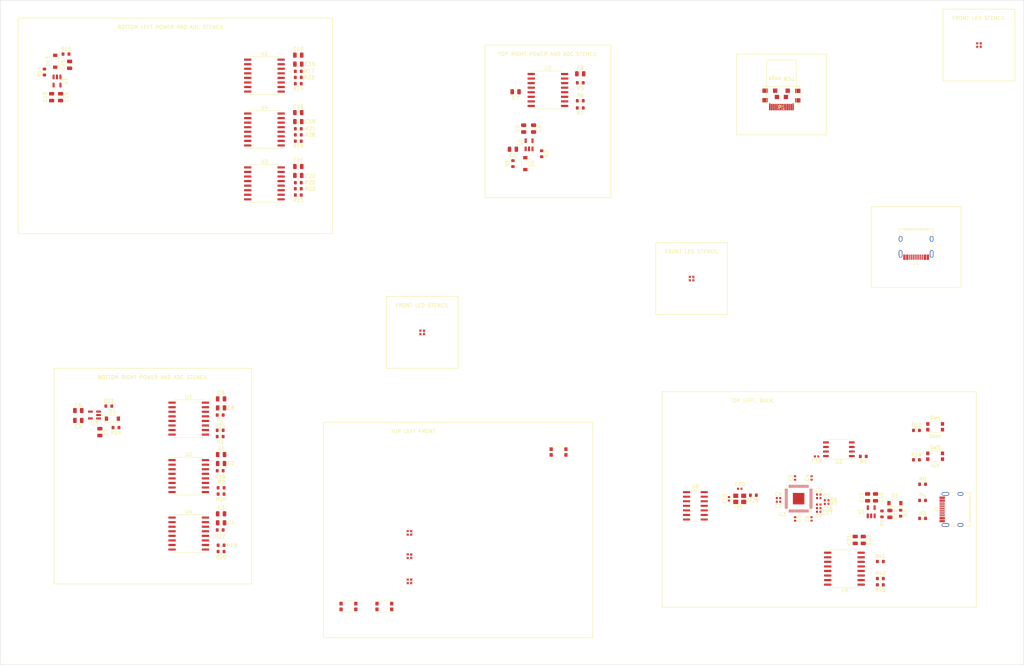
<source format=kicad_pcb>
(kicad_pcb (version 20211014) (generator pcbnew)
  (layers (0 "F.Cu" signal) (31 "B.Cu" signal) (34 "B.Paste" user) (35 "F.Paste" user) (36 "B.SilkS" user "B.Silkscreen") (37 "F.SilkS" user "F.Silkscreen") (38 "B.Mask" user) (39 "F.Mask" user) (44 "Edge.Cuts" user))
  (net 0 "")
  (net 1 "+5V")
  (net 2 "GND")
  (net 3 "+3V3")
  (net 4 "VS")
  (net 5 "/LED_BR2BL")
  (net 6 "Net-(D2-Pad3)")
  (net 7 "Net-(D3-Pad3)")
  (net 8 "/GPIO1_SCL")
  (net 9 "/GPIO0_SDA")
  (net 10 "/SUP34")
  (net 13 "Net-(J1-PadS1)")
  (net 19 "Net-(P1-PadS1)")
  (net 20 "/SUP10")
  (net 21 "/SUP11")
  (net 22 "/SUP12")
  (net 23 "/SUP13")
  (net 24 "/SUP14")
  (net 25 "/SUP15")
  (net 26 "/SUP16")
  (net 27 "/SUP17")
  (net 28 "/SUP18")
  (net 29 "/SUP19")
  (net 30 "/SUP20")
  (net 31 "/SUP21")
  (net 32 "Net-(R14-Pad1)")
  (net 33 "Net-(R17-Pad1)")
  (net 34 "Net-(R20-Pad1)")
  (net 35 "Net-(R21-Pad1)")
  (footprint "Capacitor_SMD:C_0402_1005Metric" (layer "F.Cu") (at 247.897038 158.62452)
    (fp_text reference "C7" (at 2.15 -0.6) (layer "F.SilkS"))
    (fp_text value "100n")
    (pad "1" smd roundrect (at -0.48 0) (size 0.56 0.62) (layers "F.Cu" "F.Paste" "F.Mask") (net 3 "+3V3"))
    (pad "2" smd roundrect (at 0.48 0) (size 0.56 0.62) (layers "F.Cu" "F.Paste" "F.Mask") (net 2 "GND"))
  )
  (footprint "dip:SK6805-EC" (layer "F.Cu") (at 212.5 97.5)
    (fp_text reference "D3" hide)
    (fp_text value "SK6805-EC" hide)
    (pad "1" smd rect (at -0.475 0.475) (size 0.55 0.55) (layers "F.Cu" "F.Paste" "F.Mask") (net 6 "Net-(D2-Pad3)"))
    (pad "2" smd rect (at 0.475 0.475) (size 0.55 0.55) (layers "F.Cu" "F.Paste" "F.Mask") (net 1 "+5V"))
    (pad "3" smd rect (at 0.475 -0.475) (size 0.55 0.55) (layers "F.Cu" "F.Paste" "F.Mask") (net 7 "Net-(D3-Pad3)"))
    (pad "4" smd rect (at -0.475 -0.475) (size 0.55 0.55) (layers "F.Cu" "F.Paste" "F.Mask") (net 2 "GND"))
  )
  (footprint "Capacitor_SMD:C_0805_2012Metric" (layer "F.Cu") (at 162.75 61.5 180)
    (fp_text reference "C6" (at 0 -1.68) (layer "F.SilkS"))
    (fp_text value "10µ")
    (pad "1" smd roundrect (at -0.95 0 180) (size 1 1.45) (layers "F.Cu" "F.Paste" "F.Mask") (net 4 "VS"))
    (pad "2" smd roundrect (at 0.95 0 180) (size 1 1.45) (layers "F.Cu" "F.Paste" "F.Mask") (net 2 "GND"))
  )
  (footprint "Resistor_SMD:R_0603_1608Metric" (layer "F.Cu") (at 81.5 173.5 180)
    (fp_text reference "R26" (at 0 -1.5) (layer "F.SilkS"))
    (fp_text value "10k")
    (pad "1" smd roundrect (at -0.825 0 180) (size 0.8 0.95) (layers "F.Cu" "F.Paste" "F.Mask") (net 3 "+3V3"))
    (pad "2" smd roundrect (at 0.825 0 180) (size 0.8 0.95) (layers "F.Cu" "F.Paste" "F.Mask") (net 9 "/GPIO0_SDA"))
  )
  (footprint "Package_SO:SOIC-16W_7.5x10.3mm_P1.27mm" (layer "F.Cu") (at 93.570118 41)
    (fp_text reference "U2" (at 0 -6.1) (layer "F.SilkS"))
    (fp_text value "PCF8591")
    (pad "1" smd roundrect (at -4.65 -4.445) (size 2.05 0.6) (layers "F.Cu" "F.Paste" "F.Mask") (net 20 "/SUP10"))
    (pad "2" smd roundrect (at -4.65 -3.175) (size 2.05 0.6) (layers "F.Cu" "F.Paste" "F.Mask") (net 21 "/SUP11"))
    (pad "3" smd roundrect (at -4.65 -1.905) (size 2.05 0.6) (layers "F.Cu" "F.Paste" "F.Mask") (net 22 "/SUP12"))
    (pad "4" smd roundrect (at -4.65 -0.635) (size 2.05 0.6) (layers "F.Cu" "F.Paste" "F.Mask") (net 23 "/SUP13"))
    (pad "5" smd roundrect (at -4.65 0.635) (size 2.05 0.6) (layers "F.Cu" "F.Paste" "F.Mask") (net 2 "GND"))
    (pad "6" smd roundrect (at -4.65 1.905) (size 2.05 0.6) (layers "F.Cu" "F.Paste" "F.Mask") (net 3 "+3V3"))
    (pad "7" smd roundrect (at -4.65 3.175) (size 2.05 0.6) (layers "F.Cu" "F.Paste" "F.Mask") (net 2 "GND"))
    (pad "8" smd roundrect (at -4.65 4.445) (size 2.05 0.6) (layers "F.Cu" "F.Paste" "F.Mask") (net 2 "GND"))
    (pad "9" smd roundrect (at 4.65 4.445) (size 2.05 0.6) (layers "F.Cu" "F.Paste" "F.Mask") (net 9 "/GPIO0_SDA"))
    (pad "10" smd roundrect (at 4.65 3.175) (size 2.05 0.6) (layers "F.Cu" "F.Paste" "F.Mask") (net 8 "/GPIO1_SCL"))
    (pad "11" smd roundrect (at 4.65 1.905) (size 2.05 0.6) (layers "F.Cu" "F.Paste" "F.Mask"))
    (pad "12" smd roundrect (at 4.65 0.635) (size 2.05 0.6) (layers "F.Cu" "F.Paste" "F.Mask") (net 2 "GND"))
    (pad "13" smd roundrect (at 4.65 -0.635) (size 2.05 0.6) (layers "F.Cu" "F.Paste" "F.Mask") (net 2 "GND"))
    (pad "14" smd roundrect (at 4.65 -1.905) (size 2.05 0.6) (layers "F.Cu" "F.Paste" "F.Mask") (net 33 "Net-(R17-Pad1)"))
    (pad "15" smd roundrect (at 4.65 -3.175) (size 2.05 0.6) (layers "F.Cu" "F.Paste" "F.Mask"))
    (pad "16" smd roundrect (at 4.65 -4.445) (size 2.05 0.6) (layers "F.Cu" "F.Paste" "F.Mask") (net 3 "+3V3"))
  )
  (footprint "Capacitor_SMD:C_0402_1005Metric" (layer "F.Cu") (at 245.897038 164.42452 -90)
    (fp_text reference "C8" (at 0 1.1 90) (layer "F.SilkS"))
    (fp_text value "100n")
    (pad "1" smd roundrect (at -0.48 0 270) (size 0.56 0.62) (layers "F.Cu" "F.Paste" "F.Mask") (net 3 "+3V3"))
    (pad "2" smd roundrect (at 0.48 0 270) (size 0.56 0.62) (layers "F.Cu" "F.Paste" "F.Mask") (net 2 "GND"))
  )
  (footprint "Resistor_SMD:R_0603_1608Metric" (layer "F.Cu") (at 32.320118 40 90)
    (fp_text reference "R14" (at 0 -1.43 90) (layer "F.SilkS"))
    (fp_text value "10k")
    (pad "1" smd roundrect (at -0.825 0 90) (size 0.8 0.95) (layers "F.Cu" "F.Paste" "F.Mask") (net 32 "Net-(R14-Pad1)"))
    (pad "2" smd roundrect (at 0.825 0 90) (size 0.8 0.95) (layers "F.Cu" "F.Paste" "F.Mask") (net 4 "VS"))
  )
  (footprint "Resistor_SMD:R_0603_1608Metric" (layer "F.Cu") (at 38.320118 35)
    (fp_text reference "R15" (at 0 -1.43) (layer "F.SilkS"))
    (fp_text value "10k")
    (pad "1" smd roundrect (at -0.825 0) (size 0.8 0.95) (layers "F.Cu" "F.Paste" "F.Mask") (net 1 "+5V"))
    (pad "2" smd roundrect (at 0.825 0) (size 0.8 0.95) (layers "F.Cu" "F.Paste" "F.Mask") (net 2 "GND"))
  )
  (footprint "Package_TO_SOT_SMD:SOT-23-5" (layer "F.Cu") (at 46.25 135.5 180)
    (fp_text reference "U3" (at 0 -2.4) (layer "F.SilkS"))
    (fp_text value "AP2112K-3.3")
    (pad "1" smd roundrect (at -1.1375 -0.95 180) (size 1.325 0.6) (layers "F.Cu" "F.Paste" "F.Mask") (net 4 "VS"))
    (pad "2" smd roundrect (at -1.1375 0 180) (size 1.325 0.6) (layers "F.Cu" "F.Paste" "F.Mask") (net 2 "GND"))
    (pad "3" smd roundrect (at -1.1375 0.95 180) (size 1.325 0.6) (layers "F.Cu" "F.Paste" "F.Mask"))
    (pad "4" smd roundrect (at 1.1375 0.95 180) (size 1.325 0.6) (layers "F.Cu" "F.Paste" "F.Mask"))
    (pad "5" smd roundrect (at 1.1375 -0.95 180) (size 1.325 0.6) (layers "F.Cu" "F.Paste" "F.Mask") (net 3 "+3V3"))
  )
  (footprint "Package_TO_SOT_SMD:SOT-23-5" (layer "F.Cu") (at 35.820118 42.5 -90)
    (fp_text reference "U1" (at 0 -2.4 90) (layer "F.SilkS"))
    (fp_text value "AP2112K-3.3")
    (pad "1" smd roundrect (at -1.1375 -0.95 270) (size 1.325 0.6) (layers "F.Cu" "F.Paste" "F.Mask") (net 4 "VS"))
    (pad "2" smd roundrect (at -1.1375 0 270) (size 1.325 0.6) (layers "F.Cu" "F.Paste" "F.Mask") (net 2 "GND"))
    (pad "3" smd roundrect (at -1.1375 0.95 270) (size 1.325 0.6) (layers "F.Cu" "F.Paste" "F.Mask") (net 32 "Net-(R14-Pad1)"))
    (pad "4" smd roundrect (at 1.1375 0.95 270) (size 1.325 0.6) (layers "F.Cu" "F.Paste" "F.Mask"))
    (pad "5" smd roundrect (at 1.1375 -0.95 270) (size 1.325 0.6) (layers "F.Cu" "F.Paste" "F.Mask") (net 3 "+3V3"))
  )
  (footprint "Resistor_SMD:R_0603_1608Metric" (layer "F.Cu") (at 81.5 155.75 180)
    (fp_text reference "R2" (at 0 1.5) (layer "F.SilkS"))
    (fp_text value "10k")
    (pad "1" smd roundrect (at -0.825 0 180) (size 0.8 0.95) (layers "F.Cu" "F.Paste" "F.Mask") (net 3 "+3V3"))
    (pad "2" smd roundrect (at 0.825 0 180) (size 0.8 0.95) (layers "F.Cu" "F.Paste" "F.Mask") (net 8 "/GPIO1_SCL"))
  )
  (footprint "Resistor_SMD:R_0603_1608Metric" (layer "F.Cu") (at 265.047038 176.27452)
    (fp_text reference "R41" (at 0 -1.43) (layer "F.SilkS"))
    (fp_text value "1k")
    (pad "1" smd roundrect (at -0.825 0) (size 0.8 0.95) (layers "F.Cu" "F.Paste" "F.Mask"))
    (pad "2" smd roundrect (at 0.825 0) (size 0.8 0.95) (layers "F.Cu" "F.Paste" "F.Mask") (net 3 "+3V3"))
  )
  (footprint "Resistor_SMD:R_0603_1608Metric" (layer "F.Cu") (at 276.797038 154.77452)
    (fp_text reference "R8" (at 0 -1.43) (layer "F.SilkS"))
    (fp_text value "1M")
    (pad "1" smd roundrect (at -0.825 0) (size 0.8 0.95) (layers "F.Cu" "F.Paste" "F.Mask") (net 2 "GND"))
    (pad "2" smd roundrect (at 0.825 0) (size 0.8 0.95) (layers "F.Cu" "F.Paste" "F.Mask") (net 13 "Net-(J1-PadS1)"))
  )
  (footprint "Package_SO:SOIC-16W_7.5x10.3mm_P1.27mm" (layer "F.Cu") (at 255.047038 178.27452)
    (fp_text reference "U9" (at 0 6) (layer "F.SilkS"))
    (fp_text value "PCF8591")
    (pad "1" smd roundrect (at -4.65 -4.445) (size 2.05 0.6) (layers "F.Cu" "F.Paste" "F.Mask"))
    (pad "2" smd roundrect (at -4.65 -3.175) (size 2.05 0.6) (layers "F.Cu" "F.Paste" "F.Mask"))
    (pad "3" smd roundrect (at -4.65 -1.905) (size 2.05 0.6) (layers "F.Cu" "F.Paste" "F.Mask"))
    (pad "4" smd roundrect (at -4.65 -0.635) (size 2.05 0.6) (layers "F.Cu" "F.Paste" "F.Mask"))
    (pad "5" smd roundrect (at -4.65 0.635) (size 2.05 0.6) (layers "F.Cu" "F.Paste" "F.Mask") (net 2 "GND"))
    (pad "6" smd roundrect (at -4.65 1.905) (size 2.05 0.6) (layers "F.Cu" "F.Paste" "F.Mask") (net 2 "GND"))
    (pad "7" smd roundrect (at -4.65 3.175) (size 2.05 0.6) (layers "F.Cu" "F.Paste" "F.Mask") (net 2 "GND"))
    (pad "8" smd roundrect (at -4.65 4.445) (size 2.05 0.6) (layers "F.Cu" "F.Paste" "F.Mask") (net 2 "GND"))
    (pad "9" smd roundrect (at 4.65 4.445) (size 2.05 0.6) (layers "F.Cu" "F.Paste" "F.Mask") (net 9 "/GPIO0_SDA"))
    (pad "10" smd roundrect (at 4.65 3.175) (size 2.05 0.6) (layers "F.Cu" "F.Paste" "F.Mask") (net 8 "/GPIO1_SCL"))
    (pad "11" smd roundrect (at 4.65 1.905) (size 2.05 0.6) (layers "F.Cu" "F.Paste" "F.Mask"))
    (pad "12" smd roundrect (at 4.65 0.635) (size 2.05 0.6) (layers "F.Cu" "F.Paste" "F.Mask") (net 2 "GND"))
    (pad "13" smd roundrect (at 4.65 -0.635) (size 2.05 0.6) (layers "F.Cu" "F.Paste" "F.Mask") (net 2 "GND"))
    (pad "14" smd roundrect (at 4.65 -1.905) (size 2.05 0.6) (layers "F.Cu" "F.Paste" "F.Mask"))
    (pad "15" smd roundrect (at 4.65 -3.175) (size 2.05 0.6) (layers "F.Cu" "F.Paste" "F.Mask"))
    (pad "16" smd roundrect (at 4.65 -4.445) (size 2.05 0.6) (layers "F.Cu" "F.Paste" "F.Mask") (net 3 "+3V3"))
  )
  (footprint "Button_Switch_SMD:SW_Push_1P1T_NO_CK_KMR2" (layer "F.Cu") (at 126.95 188.8)
    (fp_text reference "SW3")
    (fp_text value "Previous")
    (pad "1" smd rect (at 2.05 -0.8) (size 0.9 1) (layers "F.Cu" "F.Paste" "F.Mask"))
    (pad "1" smd rect (at -2.05 -0.8) (size 0.9 1) (layers "F.Cu" "F.Paste" "F.Mask"))
    (pad "2" smd rect (at 2.05 0.8) (size 0.9 1) (layers "F.Cu" "F.Paste" "F.Mask") (net 3 "+3V3"))
    (pad "2" smd rect (at -2.05 0.8) (size 0.9 1) (layers "F.Cu" "F.Paste" "F.Mask") (net 3 "+3V3"))
  )
  (footprint "Capacitor_SMD:C_0402_1005Metric" (layer "F.Cu") (at 247.897038 161.42452)
    (fp_text reference "C17" (at 2.4 1.35) (layer "F.SilkS"))
    (fp_text value "1µ")
    (pad "1" smd roundrect (at -0.48 0) (size 0.56 0.62) (layers "F.Cu" "F.Paste" "F.Mask") (net 3 "+3V3"))
    (pad "2" smd roundrect (at 0.48 0) (size 0.56 0.62) (layers "F.Cu" "F.Paste" "F.Mask") (net 2 "GND"))
  )
  (footprint "dip:USB_C_Plug_edge_launch" (layer "F.Cu") (at 237.5 47.5 180)
    (fp_text reference "P1" (at 0 -2.36) (layer "F.SilkS"))
    (fp_text value "USB_C_Plug")
    (fp_text user "PCB edge" (at 0 5.64 180 unlocked) (layer "F.SilkS"))
    (pad "A1" smd rect (at 2.75 -2.25 180) (size 0.4 1.825) (layers "F.Cu" "F.Paste" "F.Mask") (net 2 "GND"))
    (pad "A4" smd rect (at 1.25 -2.25 180) (size 0.4 1.825) (layers "F.Cu" "F.Paste" "F.Mask") (net 1 "+5V"))
    (pad "A5" smd rect (at 0.75 -2.25 180) (size 0.4 1.825) (layers "F.Cu" "F.Paste" "F.Mask") (net 8 "/GPIO1_SCL"))
    (pad "A6" smd rect (at 0.25 -2.25 180) (size 0.4 1.825) (layers "F.Cu" "F.Paste" "F.Mask") (net 9 "/GPIO0_SDA"))
    (pad "A7" smd rect (at -0.25 -2.25 180) (size 0.4 1.825) (layers "F.Cu" "F.Paste" "F.Mask") (net 10 "/SUP34"))
    (pad "A10" smd rect (at -1.75 -2.25 180) (size 0.4 1.825) (layers "F.Cu" "F.Paste" "F.Mask"))
    (pad "A11" smd rect (at -2.25 -2.25 180) (size 0.4 1.825) (layers "F.Cu" "F.Paste" "F.Mask"))
    (pad "B2" smd rect (at -2.75 -2.25 180) (size 0.4 1.825) (layers "F.Cu" "F.Paste" "F.Mask"))
    (pad "B3" smd rect (at -1.25 -2.25 180) (size 0.4 1.825) (layers "F.Cu" "F.Paste" "F.Mask"))
    (pad "B5" smd rect (at -0.75 -2.25 180) (size 0.4 1.825) (layers "F.Cu" "F.Paste" "F.Mask"))
    (pad "B9" smd rect (at 1.75 -2.25 180) (size 0.4 1.825) (layers "F.Cu" "F.Paste" "F.Mask") (net 1 "+5V"))
    (pad "B12" smd rect (at 2.25 -2.25 180) (size 0.4 1.825) (layers "F.Cu" "F.Paste" "F.Mask") (net 2 "GND"))
    (pad "S1" smd rect (at 1.75 2.3 180) (size 1.2 1.2) (layers "F.Cu" "F.Paste" "F.Mask") (net 19 "Net-(P1-PadS1)"))
    (pad "S1" smd rect (at -4.55 2.25 180) (size 1.5 1.2) (layers "F.Cu" "F.Paste" "F.Mask") (net 19 "Net-(P1-PadS1)"))
    (pad "S1" smd rect (at -1.25 0.55 180) (size 1.2 1.2) (layers "F.Cu" "F.Paste" "F.Mask") (net 19 "Net-(P1-PadS1)"))
    (pad "S1" smd rect (at -1.75 2.3 180) (size 1.2 1.2) (layers "F.Cu" "F.Paste" "F.Mask") (net 19 "Net-(P1-PadS1)"))
    (pad "S1" smd rect (at -3.25 -2.15 180) (size 0.4 2.0125) (layers "F.Cu" "F.Paste" "F.Mask") (net 19 "Net-(P1-PadS1)"))
    (pad "S1" smd rect (at 3.25 -2.15625 180) (size 0.4 2.0125) (layers "F.Cu" "F.Paste" "F.Mask") (net 19 "Net-(P1-PadS1)"))
    (pad "S1" smd rect (at 1.25 0.55 180) (size 1.2 1.2) (layers "F.Cu" "F.Paste" "F.Mask") (net 19 "Net-(P1-PadS1)"))
    (pad "S1" smd rect (at 4.55 -0.35 180) (size 1.5 1.2) (layers "F.Cu" "F.Paste" "F.Mask") (net 19 "Net-(P1-PadS1)"))
    (pad "S1" smd rect (at 4.55 2.3 180) (size 1.5 1.2) (layers "F.Cu" "F.Paste" "F.Mask") (net 19 "Net-(P1-PadS1)"))
    (pad "S1" smd rect (at -4.55 -0.4 180) (size 1.5 1.2) (layers "F.Cu" "F.Paste" "F.Mask") (net 19 "Net-(P1-PadS1)"))
  )
  (footprint "Resistor_SMD:R_0603_1608Metric" (layer "F.Cu") (at 229.697038 157.82452 180)
    (fp_text reference "R28" (at 0 -1.43) (layer "F.SilkS"))
    (fp_text value "1k")
    (pad "1" smd roundrect (at -0.825 0 180) (size 0.8 0.95) (layers "F.Cu" "F.Paste" "F.Mask"))
    (pad "2" smd roundrect (at 0.825 0 180) (size 0.8 0.95) (layers "F.Cu" "F.Paste" "F.Mask"))
  )
  (footprint "Package_TO_SOT_SMD:SOT-23-5" (layer "F.Cu") (at 262.497038 162.42452 90)
    (fp_text reference "U1" (at 0 -2.7) (layer "F.SilkS"))
    (fp_text value "AP2112K-3.3")
    (pad "1" smd roundrect (at -1.1375 -0.95 90) (size 1.325 0.6) (layers "F.Cu" "F.Paste" "F.Mask") (net 4 "VS"))
    (pad "2" smd roundrect (at -1.1375 0 90) (size 1.325 0.6) (layers "F.Cu" "F.Paste" "F.Mask") (net 2 "GND"))
    (pad "3" smd roundrect (at -1.1375 0.95 90) (size 1.325 0.6) (layers "F.Cu" "F.Paste" "F.Mask"))
    (pad "4" smd roundrect (at 1.1375 0.95 90) (size 1.325 0.6) (layers "F.Cu" "F.Paste" "F.Mask"))
    (pad "5" smd roundrect (at 1.1375 -0.95 90) (size 1.325 0.6) (layers "F.Cu" "F.Paste" "F.Mask") (net 3 "+3V3"))
  )
  (footprint "Capacitor_SMD:C_0402_1005Metric" (layer "F.Cu") (at 236.697038 159.62452 180)
    (fp_text reference "C1" (at 0 -1.16) (layer "F.SilkS"))
    (fp_text value "100n")
    (pad "1" smd roundrect (at -0.48 0 180) (size 0.56 0.62) (layers "F.Cu" "F.Paste" "F.Mask"))
    (pad "2" smd roundrect (at 0.48 0 180) (size 0.56 0.62) (layers "F.Cu" "F.Paste" "F.Mask") (net 2 "GND"))
  )
  (footprint "Capacitor_SMD:C_0402_1005Metric" (layer "F.Cu") (at 241.297038 153.02452 90)
    (fp_text reference "C5" (at 0 -1.16 90) (layer "F.SilkS"))
    (fp_text value "100n")
    (pad "1" smd roundrect (at -0.48 0 90) (size 0.56 0.62) (layers "F.Cu" "F.Paste" "F.Mask") (net 3 "+3V3"))
    (pad "2" smd roundrect (at 0.48 0 90) (size 0.56 0.62) (layers "F.Cu" "F.Paste" "F.Mask") (net 2 "GND"))
  )
  (footprint "Package_TO_SOT_SMD:SOT-23-5" (layer "F.Cu") (at 167.25 60.25 90)
    (fp_text reference "U1" (at 0.75 -2.4 90) (layer "F.SilkS"))
    (fp_text value "AP2112K-3.3")
    (pad "1" smd roundrect (at -1.1375 -0.95 90) (size 1.325 0.6) (layers "F.Cu" "F.Paste" "F.Mask") (net 4 "VS"))
    (pad "2" smd roundrect (at -1.1375 0 90) (size 1.325 0.6) (layers "F.Cu" "F.Paste" "F.Mask") (net 2 "GND"))
    (pad "3" smd roundrect (at -1.1375 0.95 90) (size 1.325 0.6) (layers "F.Cu" "F.Paste" "F.Mask"))
    (pad "4" smd roundrect (at 1.1375 0.95 90) (size 1.325 0.6) (layers "F.Cu" "F.Paste" "F.Mask"))
    (pad "5" smd roundrect (at 1.1375 -0.95 90) (size 1.325 0.6) (layers "F.Cu" "F.Paste" "F.Mask") (net 3 "+3V3"))
  )
  (footprint "dip:SN74AHCT125QDRG4Q1" (layer "F.Cu") (at 213.547038 160.77452)
    (fp_text reference "U8" (at 0 -5.375) (layer "F.SilkS"))
    (fp_text value "SN74AHCT125QDRG4Q1" hide)
    (pad "1" smd rect (at -2.4638 -3.81) (size 1.9812 0.5588) (layers "F.Cu" "F.Paste" "F.Mask") (net 2 "GND"))
    (pad "2" smd rect (at -2.4638 -2.54) (size 1.9812 0.5588) (layers "F.Cu" "F.Paste" "F.Mask"))
    (pad "3" smd rect (at -2.4638 -1.27) (size 1.9812 0.5588) (layers "F.Cu" "F.Paste" "F.Mask"))
    (pad "4" smd rect (at -2.4638 0) (size 1.9812 0.5588) (layers "F.Cu" "F.Paste" "F.Mask") (net 2 "GND"))
    (pad "5" smd rect (at -2.4638 1.27) (size 1.9812 0.5588) (layers "F.Cu" "F.Paste" "F.Mask"))
    (pad "6" smd rect (at -2.4638 2.54) (size 1.9812 0.5588) (layers "F.Cu" "F.Paste" "F.Mask"))
    (pad "7" smd rect (at -2.4638 3.81) (size 1.9812 0.5588) (layers "F.Cu" "F.Paste" "F.Mask") (net 2 "GND"))
    (pad "8" smd rect (at 2.4638 3.81) (size 1.9812 0.5588) (layers "F.Cu" "F.Paste" "F.Mask"))
    (pad "9" smd rect (at 2.4638 2.54) (size 1.9812 0.5588) (layers "F.Cu" "F.Paste" "F.Mask"))
    (pad "10" smd rect (at 2.4638 1.27) (size 1.9812 0.5588) (layers "F.Cu" "F.Paste" "F.Mask"))
    (pad "11" smd rect (at 2.4638 0) (size 1.9812 0.5588) (layers "F.Cu" "F.Paste" "F.Mask"))
    (pad "12" smd rect (at 2.4638 -1.27) (size 1.9812 0.5588) (layers "F.Cu" "F.Paste" "F.Mask"))
    (pad "13" smd rect (at 2.4638 -2.54) (size 1.9812 0.5588) (layers "F.Cu" "F.Paste" "F.Mask"))
    (pad "14" smd rect (at 2.4638 -3.81) (size 1.9812 0.5588) (layers "F.Cu" "F.Paste" "F.Mask") (net 1 "+5V"))
  )
  (footprint "Resistor_SMD:R_0603_1608Metric" (layer "F.Cu") (at 81.5 157.5 180)
    (fp_text reference "R20" (at 0 -1.43) (layer "F.SilkS"))
    (fp_text value "10k")
    (pad "1" smd roundrect (at -0.825 0 180) (size 0.8 0.95) (layers "F.Cu" "F.Paste" "F.Mask") (net 3 "+3V3"))
    (pad "2" smd roundrect (at 0.825 0 180) (size 0.8 0.95) (layers "F.Cu" "F.Paste" "F.Mask") (net 9 "/GPIO0_SDA"))
  )
  (footprint "Capacitor_SMD:C_0805_2012Metric" (layer "F.Cu") (at 260.297038 170.27452 90)
    (fp_text reference "C22" (at 0 1.5 90) (layer "F.SilkS"))
    (fp_text value "10u")
    (pad "1" smd roundrect (at -0.95 0 90) (size 1 1.45) (layers "F.Cu" "F.Paste" "F.Mask") (net 3 "+3V3"))
    (pad "2" smd roundrect (at 0.95 0 90) (size 1 1.45) (layers "F.Cu" "F.Paste" "F.Mask") (net 2 "GND"))
  )
  (footprint "Resistor_SMD:R_0603_1608Metric" (layer "F.Cu") (at 81.25 167.5)
    (fp_text reference "R22" (at 0 1.75) (layer "F.SilkS"))
    (fp_text value "1k")
    (pad "1" smd roundrect (at -0.825 0) (size 0.8 0.95) (layers "F.Cu" "F.Paste" "F.Mask"))
    (pad "2" smd roundrect (at 0.825 0) (size 0.8 0.95) (layers "F.Cu" "F.Paste" "F.Mask") (net 3 "+3V3"))
  )
  (footprint "Capacitor_SMD:C_0805_2012Metric" (layer "F.Cu") (at 81.5 146.5)
    (fp_text reference "C1" (at 0 -1.68) (layer "F.SilkS"))
    (fp_text value "0.1u")
    (pad "1" smd roundrect (at -0.95 0) (size 1 1.45) (layers "F.Cu" "F.Paste" "F.Mask") (net 3 "+3V3"))
    (pad "2" smd roundrect (at 0.95 0) (size 1 1.45) (layers "F.Cu" "F.Paste" "F.Mask") (net 2 "GND"))
  )
  (footprint "Resistor_SMD:R_0603_1608Metric" (layer "F.Cu") (at 102.995118 59.25 180)
    (fp_text reference "R19" (at 0 -1.43) (layer "F.SilkS"))
    (fp_text value "10k")
    (pad "1" smd roundrect (at -0.825 0 180) (size 0.8 0.95) (layers "F.Cu" "F.Paste" "F.Mask") (net 3 "+3V3"))
    (pad "2" smd roundrect (at 0.825 0 180) (size 0.8 0.95) (layers "F.Cu" "F.Paste" "F.Mask") (net 9 "/GPIO0_SDA"))
  )
  (footprint "dip:USB_C_Receptacle_HRO_TYPE-C-31-M-12_PASTE" (layer "F.Cu") (at 286.297038 161.77452 90)
    (fp_text reference "J1" (at 0 -5.645 -90) (layer "F.SilkS"))
    (fp_text value "USB_C_Receptacle_USB2.0")
    (fp_text user "7.35mm from back of mounting hole" (at 0 3.57 90 unlocked) (layer "F.SilkS") (effects (font (size 0.25 0.25) (thickness 0.0625))))
    (pad "" np_thru_hole circle (at 2.89 -2.6 90) (size 0.65 0.65) (drill 0.65) (layers *.Cu *.Mask))
    (pad "" np_thru_hole circle (at -2.89 -2.6 90) (size 0.65 0.65) (drill 0.65) (layers *.Cu *.Mask))
    (pad "A1" smd rect (at -3.25 -4.045 90) (size 0.6 1.45) (layers "F.Cu" "F.Paste" "F.Mask") (net 2 "GND"))
    (pad "A4" smd rect (at -2.45 -4.045 90) (size 0.6 1.45) (layers "F.Cu" "F.Paste" "F.Mask") (net 1 "+5V"))
    (pad "A5" smd rect (at -1.25 -4.045 90) (size 0.3 1.45) (layers "F.Cu" "F.Paste" "F.Mask"))
    (pad "A6" smd rect (at -0.25 -4.045 90) (size 0.3 1.45) (layers "F.Cu" "F.Paste" "F.Mask"))
    (pad "A7" smd rect (at 0.25 -4.045 90) (size 0.3 1.45) (layers "F.Cu" "F.Paste" "F.Mask"))
    (pad "A8" smd rect (at 1.25 -4.045 90) (size 0.3 1.45) (layers "F.Cu" "F.Paste" "F.Mask"))
    (pad "A9" smd rect (at 2.45 -4.045 90) (size 0.6 1.45) (layers "F.Cu" "F.Paste" "F.Mask") (net 1 "+5V"))
    (pad "A12" smd rect (at 3.25 -4.045 90) (size 0.6 1.45) (layers "F.Cu" "F.Paste" "F.Mask") (net 2 "GND"))
    (pad "B1" smd rect (at 3.25 -4.045 90) (size 0.6 1.45) (layers "F.Cu" "F.Paste" "F.Mask") (net 2 "GND"))
    (pad "B4" smd rect (at 2.45 -4.045 90) (size 0.6 1.45) (layers "F.Cu" "F.Paste" "F.Mask") (net 1 "+5V"))
    (pad "B5" smd rect (at 1.75 -4.045 90) (size 0.3 1.45) (layers "F.Cu" "F.Paste" "F.Mask"))
    (pad "B6" smd rect (at 0.75 -4.045 90) (size 0.3 1.45) (layers "F.Cu" "F.Paste" "F.Mask"))
    (pad "B7" smd rect (at -0.75 -4.045 90) (size 0.3 1.45) (layers "F.Cu" "F.Paste" "F.Mask"))
    (pad "B8" smd rect (at -1.75 -4.045 90) (size 0.3 1.45) (layers "F.Cu" "F.Paste" "F.Mask"))
    (pad "B9" smd rect (at -2.45 -4.045 90) (size 0.6 1.45) (layers "F.Cu" "F.Paste" "F.Mask") (net 1 "+5V"))
    (pad "B12" smd rect (at -3.25 -4.045 90) (size 0.6 1.45) (layers "F.Cu" "F.Paste" "F.Mask") (net 2 "GND"))
    (pad "S1" thru_hole oval (at -4.32 -3.13 90) (size 1 2.1) (drill oval 0.6 1.7) (layers *.Cu *.Mask) (net 13 "Net-(J1-PadS1)"))
    (pad "S1" thru_hole oval (at -4.32 1.05 90) (size 1 1.6) (drill oval 0.6 1.2) (layers *.Cu *.Mask) (net 13 "Net-(J1-PadS1)"))
    (pad "S1" thru_hole oval (at 4.32 -3.13 90) (size 1 2.1) (drill oval 0.6 1.7) (layers *.Cu *.Mask) (net 13 "Net-(J1-PadS1)"))
    (pad "S1" thru_hole oval (at 4.32 1.05 90) (size 1 1.6) (drill oval 0.6 1.2) (layers *.Cu *.Mask) (net 13 "Net-(J1-PadS1)"))
  )
  (footprint "Capacitor_SMD:C_0402_1005Metric" (layer "F.Cu") (at 247.897038 160.42452)
    (fp_text reference "C16" (at 2.4 1.1) (layer "F.SilkS"))
    (fp_text value "1µ")
    (pad "1" smd roundrect (at -0.48 0) (size 0.56 0.62) (layers "F.Cu" "F.Paste" "F.Mask"))
    (pad "2" smd roundrect (at 0.48 0) (size 0.56 0.62) (layers "F.Cu" "F.Paste" "F.Mask") (net 2 "GND"))
  )
  (footprint "Capacitor_SMD:C_0805_2012Metric" (layer "F.Cu") (at 102.995118 37.8)
    (fp_text reference "C16" (at 3.325 -0.05) (layer "F.SilkS"))
    (fp_text value "0.1u")
    (pad "1" smd roundrect (at -0.95 0) (size 1 1.45) (layers "F.Cu" "F.Paste" "F.Mask") (net 3 "+3V3"))
    (pad "2" smd roundrect (at 0.95 0) (size 1 1.45) (layers "F.Cu" "F.Paste" "F.Mask") (net 2 "GND"))
  )
  (footprint "Resistor_SMD:R_0603_1608Metric" (layer "F.Cu") (at 102.995118 55.8)
    (fp_text reference "R21" (at 3.325 -0.05) (layer "F.SilkS"))
    (fp_text value "1k")
    (pad "1" smd roundrect (at -0.825 0) (size 0.8 0.95) (layers "F.Cu" "F.Paste" "F.Mask") (net 35 "Net-(R21-Pad1)"))
    (pad "2" smd roundrect (at 0.825 0) (size 0.8 0.95) (layers "F.Cu" "F.Paste" "F.Mask") (net 3 "+3V3"))
  )
  (footprint "Resistor_SMD:R_0603_1608Metric" (layer "F.Cu") (at 81.25 135.5)
    (fp_text reference "R1" (at 0 1.25) (layer "F.SilkS"))
    (fp_text value "1k")
    (pad "1" smd roundrect (at -0.825 0) (size 0.8 0.95) (layers "F.Cu" "F.Paste" "F.Mask"))
    (pad "2" smd roundrect (at 0.825 0) (size 0.8 0.95) (layers "F.Cu" "F.Paste" "F.Mask") (net 3 "+3V3"))
  )
  (footprint "Resistor_SMD:R_0603_1608Metric" (layer "F.Cu") (at 170.75 62.75 -90)
    (fp_text reference "R2" (at 0 -1.43 90) (layer "F.SilkS"))
    (fp_text value "10k")
    (pad "1" smd roundrect (at -0.825 0 270) (size 0.8 0.95) (layers "F.Cu" "F.Paste" "F.Mask"))
    (pad "2" smd roundrect (at 0.825 0 270) (size 0.8 0.95) (layers "F.Cu" "F.Paste" "F.Mask") (net 4 "VS"))
  )
  (footprint "Resistor_SMD:R_0603_1608Metric" (layer "F.Cu") (at 50.25 133)
    (fp_text reference "R23" (at 0 -1.43) (layer "F.SilkS"))
    (fp_text value "10k")
    (pad "1" smd roundrect (at -0.825 0) (size 0.8 0.95) (layers "F.Cu" "F.Paste" "F.Mask"))
    (pad "2" smd roundrect (at 0.825 0) (size 0.8 0.95) (layers "F.Cu" "F.Paste" "F.Mask") (net 4 "VS"))
  )
  (footprint "Crystal:Crystal_SMD_3225-4Pin_3.2x2.5mm" (layer "F.Cu") (at 225.897038 158.82452)
    (fp_text reference "Y1" (at 0 2.45) (layer "F.SilkS"))
    (fp_text value "ABLS-12.000MHZ-B4-T")
    (pad "1" smd rect (at -1.1 0.85) (size 1.4 1.2) (layers "F.Cu" "F.Paste" "F.Mask"))
    (pad "2" smd rect (at 1.1 0.85) (size 1.4 1.2) (layers "F.Cu" "F.Paste" "F.Mask") (net 2 "GND"))
    (pad "3" smd rect (at 1.1 -0.85) (size 1.4 1.2) (layers "F.Cu" "F.Paste" "F.Mask"))
    (pad "4" smd rect (at -1.1 -0.85) (size 1.4 1.2) (layers "F.Cu" "F.Paste" "F.Mask") (net 2 "GND"))
  )
  (footprint "Resistor_SMD:R_0603_1608Metric" (layer "F.Cu") (at 276.797038 159.27452)
    (fp_text reference "R4" (at 0 -1.43) (layer "F.SilkS"))
    (fp_text value "5.11k")
    (pad "1" smd roundrect (at -0.825 0) (size 0.8 0.95) (layers "F.Cu" "F.Paste" "F.Mask") (net 2 "GND"))
    (pad "2" smd roundrect (at 0.825 0) (size 0.8 0.95) (layers "F.Cu" "F.Paste" "F.Mask"))
  )
  (footprint "Resistor_SMD:R_0603_1608Metric" (layer "F.Cu") (at 102.995118 70.8)
    (fp_text reference "R20" (at 3.325 -0.05) (layer "F.SilkS"))
    (fp_text value "1k")
    (pad "1" smd roundrect (at -0.825 0) (size 0.8 0.95) (layers "F.Cu" "F.Paste" "F.Mask") (net 34 "Net-(R20-Pad1)"))
    (pad "2" smd roundrect (at 0.825 0) (size 0.8 0.95) (layers "F.Cu" "F.Paste" "F.Mask") (net 3 "+3V3"))
  )
  (footprint "Package_SO:SOIC-8_5.23x5.23mm_P1.27mm" (layer "F.Cu") (at 253.497038 145.02452 180)
    (fp_text reference "U2" (at 0 -3.56) (layer "F.SilkS"))
    (fp_text value "W25Q128JVS")
    (pad "1" smd roundrect (at -3.6 -1.905 180) (size 1.6 0.6) (layers "F.Cu" "F.Paste" "F.Mask"))
    (pad "2" smd roundrect (at -3.6 -0.635 180) (size 1.6 0.6) (layers "F.Cu" "F.Paste" "F.Mask"))
    (pad "3" smd roundrect (at -3.6 0.635 180) (size 1.6 0.6) (layers "F.Cu" "F.Paste" "F.Mask"))
    (pad "4" smd roundrect (at -3.6 1.905 180) (size 1.6 0.6) (layers "F.Cu" "F.Paste" "F.Mask") (net 2 "GND"))
    (pad "5" smd roundrect (at 3.6 1.905 180) (size 1.6 0.6) (layers "F.Cu" "F.Paste" "F.Mask"))
    (pad "6" smd roundrect (at 3.6 0.635 180) (size 1.6 0.6) (layers "F.Cu" "F.Paste" "F.Mask"))
    (pad "7" smd roundrect (at 3.6 -0.635 180) (size 1.6 0.6) (layers "F.Cu" "F.Paste" "F.Mask"))
    (pad "8" smd roundrect (at 3.6 -1.905 180) (size 1.6 0.6) (layers "F.Cu" "F.Paste" "F.Mask") (net 3 "+3V3"))
  )
  (footprint "Package_SO:SOIC-16W_7.5x10.3mm_P1.27mm" (layer "F.Cu") (at 93.570118 71)
    (fp_text reference "U3" (at 0 -6.1) (layer "F.SilkS"))
    (fp_text value "PCF8591")
    (pad "1" smd roundrect (at -4.65 -4.445) (size 2.05 0.6) (layers "F.Cu" "F.Paste" "F.Mask") (net 24 "/SUP14"))
    (pad "2" smd roundrect (at -4.65 -3.175) (size 2.05 0.6) (layers "F.Cu" "F.Paste" "F.Mask") (net 25 "/SUP15"))
    (pad "3" smd roundrect (at -4.65 -1.905) (size 2.05 0.6) (layers "F.Cu" "F.Paste" "F.Mask") (net 26 "/SUP16"))
    (pad "4" smd roundrect (at -4.65 -0.635) (size 2.05 0.6) (layers "F.Cu" "F.Paste" "F.Mask") (net 27 "/SUP17"))
    (pad "5" smd roundrect (at -4.65 0.635) (size 2.05 0.6) (layers "F.Cu" "F.Paste" "F.Mask") (net 2 "GND"))
    (pad "6" smd roundrect (at -4.65 1.905) (size 2.05 0.6) (layers "F.Cu" "F.Paste" "F.Mask") (net 2 "GND"))
    (pad "7" smd roundrect (at -4.65 3.175) (size 2.05 0.6) (layers "F.Cu" "F.Paste" "F.Mask") (net 3 "+3V3"))
    (pad "8" smd roundrect (at -4.65 4.445) (size 2.05 0.6) (layers "F.Cu" "F.Paste" "F.Mask") (net 2 "GND"))
    (pad "9" smd roundrect (at 4.65 4.445) (size 2.05 0.6) (layers "F.Cu" "F.Paste" "F.Mask") (net 9 "/GPIO0_SDA"))
    (pad "10" smd roundrect (at 4.65 3.175) (size 2.05 0.6) (layers "F.Cu" "F.Paste" "F.Mask") (net 8 "/GPIO1_SCL"))
    (pad "11" smd roundrect (at 4.65 1.905) (size 2.05 0.6) (layers "F.Cu" "F.Paste" "F.Mask"))
    (pad "12" smd roundrect (at 4.65 0.635) (size 2.05 0.6) (layers "F.Cu" "F.Paste" "F.Mask") (net 2 "GND"))
    (pad "13" smd roundrect (at 4.65 -0.635) (size 2.05 0.6) (layers "F.Cu" "F.Paste" "F.Mask") (net 2 "GND"))
    (pad "14" smd roundrect (at 4.65 -1.905) (size 2.05 0.6) (layers "F.Cu" "F.Paste" "F.Mask") (net 34 "Net-(R20-Pad1)"))
    (pad "15" smd roundrect (at 4.65 -3.175) (size 2.05 0.6) (layers "F.Cu" "F.Paste" "F.Mask"))
    (pad "16" smd roundrect (at 4.65 -4.445) (size 2.05 0.6) (layers "F.Cu" "F.Paste" "F.Mask") (net 3 "+3V3"))
  )
  (footprint "Resistor_SMD:R_0402_1005Metric" (layer "F.Cu") (at 250.097038 160.22452 180)
    (fp_text reference "R7" (at -1.95 -0.05) (layer "F.SilkS"))
    (fp_text value "27")
    (pad "1" smd roundrect (at -0.51 0 180) (size 0.54 0.64) (layers "F.Cu" "F.Paste" "F.Mask"))
    (pad "2" smd roundrect (at 0.51 0 180) (size 0.54 0.64) (layers "F.Cu" "F.Paste" "F.Mask"))
  )
  (footprint "Resistor_SMD:R_0603_1608Metric" (layer "F.Cu") (at 162.75 65.5 90)
    (fp_text reference "R3" (at 0 -1.43 90) (layer "F.SilkS"))
    (fp_text value "10k")
    (pad "1" smd roundrect (at -0.825 0 90) (size 0.8 0.95) (layers "F.Cu" "F.Paste" "F.Mask") (net 1 "+5V"))
    (pad "2" smd roundrect (at 0.825 0 90) (size 0.8 0.95) (layers "F.Cu" "F.Paste" "F.Mask") (net 2 "GND"))
  )
  (footprint "Button_Switch_SMD:SW_Push_1P1T_NO_CK_KMR2" (layer "F.Cu") (at 280.297038 138.77452)
    (fp_text reference "SW4" (at 0 -2.45) (layer "F.SilkS"))
    (fp_text value "boot" (at 0 2.55) (layer "F.SilkS"))
    (pad "1" smd rect (at 2.05 -0.8) (size 0.9 1) (layers "F.Cu" "F.Paste" "F.Mask") (net 2 "GND"))
    (pad "1" smd rect (at -2.05 -0.8) (size 0.9 1) (layers "F.Cu" "F.Paste" "F.Mask") (net 2 "GND"))
    (pad "2" smd rect (at -2.05 0.8) (size 0.9 1) (layers "F.Cu" "F.Paste" "F.Mask"))
    (pad "2" smd rect (at 2.05 0.8) (size 0.9 1) (layers "F.Cu" "F.Paste" "F.Mask"))
  )
  (footprint "Capacitor_SMD:C_0805_2012Metric" (layer "F.Cu") (at 267.697038 163.02452 -90)
    (fp_text reference "C12" (at 0 -1.6 90) (layer "F.SilkS"))
    (fp_text value "10µ")
    (pad "1" smd roundrect (at -0.95 0 270) (size 1 1.45) (layers "F.Cu" "F.Paste" "F.Mask") (net 4 "VS"))
    (pad "2" smd roundrect (at 0.95 0 270) (size 1 1.45) (layers "F.Cu" "F.Paste" "F.Mask") (net 2 "GND"))
  )
  (footprint "Resistor_SMD:R_0603_1608Metric" (layer "F.Cu") (at 265.497038 163.02452 90)
    (fp_text reference "R1" (at -2.5 0.05 90) (layer "F.SilkS"))
    (fp_text value "10k")
    (pad "1" smd roundrect (at -0.825 0 90) (size 0.8 0.95) (layers "F.Cu" "F.Paste" "F.Mask"))
    (pad "2" smd roundrect (at 0.825 0 90) (size 0.8 0.95) (layers "F.Cu" "F.Paste" "F.Mask") (net 4 "VS"))
  )
  (footprint "Capacitor_SMD:C_0805_2012Metric" (layer "F.Cu") (at 34.320118 47 -90)
    (fp_text reference "C13" (at 0 1.75 90) (layer "F.SilkS"))
    (fp_text value "10µ")
    (pad "1" smd roundrect (at -0.95 0 270) (size 1 1.45) (layers "F.Cu" "F.Paste" "F.Mask") (net 3 "+3V3"))
    (pad "2" smd roundrect (at 0.95 0 270) (size 1 1.45) (layers "F.Cu" "F.Paste" "F.Mask") (net 2 "GND"))
  )
  (footprint "Capacitor_SMD:C_0805_2012Metric" (layer "F.Cu") (at 36.820118 47 -90)
    (fp_text reference "C14" (at 0 -1.68 90) (layer "F.SilkS"))
    (fp_text value "10µ")
    (pad "1" smd roundrect (at -0.95 0 270) (size 1 1.45) (layers "F.Cu" "F.Paste" "F.Mask") (net 3 "+3V3"))
    (pad "2" smd roundrect (at 0.95 0 270) (size 1 1.45) (layers "F.Cu" "F.Paste" "F.Mask") (net 2 "GND"))
  )
  (footprint "dip:SK6805-EC" (layer "F.Cu") (at 133.95 181.8)
    (fp_text reference "D4")
    (fp_text value "SK6805-EC" hide)
    (pad "1" smd rect (at -0.475 0.475) (size 0.55 0.55) (layers "F.Cu" "F.Paste" "F.Mask") (net 7 "Net-(D3-Pad3)"))
    (pad "2" smd rect (at 0.475 0.475) (size 0.55 0.55) (layers "F.Cu" "F.Paste" "F.Mask") (net 1 "+5V"))
    (pad "3" smd rect (at 0.475 -0.475) (size 0.55 0.55) (layers "F.Cu" "F.Paste" "F.Mask"))
    (pad "4" smd rect (at -0.475 -0.475) (size 0.55 0.55) (layers "F.Cu" "F.Paste" "F.Mask") (net 2 "GND"))
  )
  (footprint "dip:SK6805-EC" (layer "F.Cu") (at 292.5 32.5)
    (fp_text reference "D3" hide)
    (fp_text value "SK6805-EC" hide)
    (pad "1" smd rect (at -0.475 0.475) (size 0.55 0.55) (layers "F.Cu" "F.Paste" "F.Mask") (net 6 "Net-(D2-Pad3)"))
    (pad "2" smd rect (at 0.475 0.475) (size 0.55 0.55) (layers "F.Cu" "F.Paste" "F.Mask") (net 1 "+5V"))
    (pad "3" smd rect (at 0.475 -0.475) (size 0.55 0.55) (layers "F.Cu" "F.Paste" "F.Mask") (net 7 "Net-(D3-Pad3)"))
    (pad "4" smd rect (at -0.475 -0.475) (size 0.55 0.55) (layers "F.Cu" "F.Paste" "F.Mask") (net 2 "GND"))
  )
  (footprint "Capacitor_SMD:C_0805_2012Metric" (layer "F.Cu") (at 81.5 131)
    (fp_text reference "C9" (at 0 -1.68) (layer "F.SilkS"))
    (fp_text value "10u")
    (pad "1" smd roundrect (at -0.95 0) (size 1 1.45) (layers "F.Cu" "F.Paste" "F.Mask") (net 3 "+3V3"))
    (pad "2" smd roundrect (at 0.95 0) (size 1 1.45) (layers "F.Cu" "F.Paste" "F.Mask") (net 2 "GND"))
  )
  (footprint "Capacitor_SMD:C_0402_1005Metric" (layer "F.Cu") (at 245.897038 153.02452 90)
    (fp_text reference "C4" (at 0 -1.25 90) (layer "F.SilkS"))
    (fp_text value "100n")
    (pad "1" smd roundrect (at -0.48 0 90) (size 0.56 0.62) (layers "F.Cu" "F.Paste" "F.Mask") (net 3 "+3V3"))
    (pad "2" smd roundrect (at 0.48 0 90) (size 0.56 0.62) (layers "F.Cu" "F.Paste" "F.Mask") (net 2 "GND"))
  )
  (footprint "Diode_SMD:D_SOD-123" (layer "F.Cu") (at 51.25 136.5)
    (fp_text reference "D1" (at 0 -2) (layer "F.SilkS"))
    (fp_text value "MBR0540")
    (pad "1" smd rect (at -1.65 0) (size 0.9 1.2) (layers "F.Cu" "F.Paste" "F.Mask") (net 4 "VS"))
    (pad "2" smd rect (at 1.65 0) (size 0.9 1.2) (layers "F.Cu" "F.Paste" "F.Mask") (net 1 "+5V"))
  )
  (footprint "Capacitor_SMD:C_0805_2012Metric" (layer "F.Cu") (at 81.5 133.5)
    (fp_text reference "C8" (at 2.75 0) (layer "F.SilkS"))
    (fp_text value "0.1u")
    (pad "1" smd roundrect (at -0.95 0) (size 1 1.45) (layers "F.Cu" "F.Paste" "F.Mask") (net 3 "+3V3"))
    (pad "2" smd roundrect (at 0.95 0) (size 1 1.45) (layers "F.Cu" "F.Paste" "F.Mask") (net 2 "GND"))
  )
  (footprint "Capacitor_SMD:C_0805_2012Metric" (layer "F.Cu") (at 261.497038 158.42452 90)
    (fp_text reference "C11" (at 0 -1.68 90) (layer "F.SilkS"))
    (fp_text value "10µ")
    (pad "1" smd roundrect (at -0.95 0 90) (size 1 1.45) (layers "F.Cu" "F.Paste" "F.Mask") (net 3 "+3V3"))
    (pad "2" smd roundrect (at 0.95 0 90) (size 1 1.45) (layers "F.Cu" "F.Paste" "F.Mask") (net 2 "GND"))
  )
  (footprint "Capacitor_SMD:C_0402_1005Metric" (layer "F.Cu") (at 236.697038 158.62452 180)
    (fp_text reference "C6" (at 0 1.1) (layer "F.SilkS"))
    (fp_text value "100n")
    (pad "1" smd roundrect (at -0.48 0 180) (size 0.56 0.62) (layers "F.Cu" "F.Paste" "F.Mask") (net 3 "+3V3"))
    (pad "2" smd roundrect (at 0.48 0 180) (size 0.56 0.62) (layers "F.Cu" "F.Paste" "F.Mask") (net 2 "GND"))
  )
  (footprint "Capacitor_SMD:C_0805_2012Metric" (layer "F.Cu") (at 102.995118 68.8)
    (fp_text reference "C20" (at 3.325 0.2) (layer "F.SilkS"))
    (fp_text value "0.1u")
    (pad "1" smd roundrect (at -0.95 0) (size 1 1.45) (layers "F.Cu" "F.Paste" "F.Mask") (net 3 "+3V3"))
    (pad "2" smd roundrect (at 0.95 0) (size 1 1.45) (layers "F.Cu" "F.Paste" "F.Mask") (net 2 "GND"))
  )
  (footprint "Capacitor_SMD:C_0402_1005Metric" (layer "F.Cu") (at 241.297038 164.42452 -90)
    (fp_text reference "C3" (at 0 -1 90) (layer "F.SilkS"))
    (fp_text value "100n")
    (pad "1" smd roundrect (at -0.48 0 270) (size 0.56 0.62) (layers "F.Cu" "F.Paste" "F.Mask") (net 3 "+3V3"))
    (pad "2" smd roundrect (at 0.48 0 270) (size 0.56 0.62) (layers "F.Cu" "F.Paste" "F.Mask") (net 2 "GND"))
  )
  (footprint "Resistor_SMD:R_0603_1608Metric" (layer "F.Cu") (at 275.097038 147.97452)
    (fp_text reference "R19" (at 0 -1.43) (layer "F.SilkS"))
    (fp_text value "10k")
    (pad "1" smd roundrect (at -0.825 0) (size 0.8 0.95) (layers "F.Cu" "F.Paste" "F.Mask") (net 3 "+3V3"))
    (pad "2" smd roundrect (at 0.825 0) (size 0.8 0.95) (layers "F.Cu" "F.Paste" "F.Mask"))
  )
  (footprint "Button_Switch_SMD:SW_Push_1P1T_NO_CK_KMR2" (layer "F.Cu") (at 280.297038 146.97452)
    (fp_text reference "SW5" (at 0 -2.45) (layer "F.SilkS"))
    (fp_text value "run" (at 0 2.55) (layer "F.SilkS"))
    (pad "1" smd rect (at -2.05 -0.8) (size 0.9 1) (layers "F.Cu" "F.Paste" "F.Mask") (net 2 "GND"))
    (pad "1" smd rect (at 2.05 -0.8) (size 0.9 1) (layers "F.Cu" "F.Paste" "F.Mask") (net 2 "GND"))
    (pad "2" smd rect (at -2.05 0.8) (size 0.9 1) (layers "F.Cu" "F.Paste" "F.Mask"))
    (pad "2" smd rect (at 2.05 0.8) (size 0.9 1) (layers "F.Cu" "F.Paste" "F.Mask"))
  )
  (footprint "Capacitor_SMD:C_0805_2012Metric" (layer "F.Cu") (at 81.5 165.5)
    (fp_text reference "C4" (at 2.75 0) (layer "F.SilkS"))
    (fp_text value "10u")
    (pad "1" smd roundrect (at -0.95 0) (size 1 1.45) (layers "F.Cu" "F.Paste" "F.Mask") (net 3 "+3V3"))
    (pad "2" smd roundrect (at 0.95 0) (size 1 1.45) (layers "F.Cu" "F.Paste" "F.Mask") (net 2 "GND"))
  )
  (footprint "Capacitor_SMD:C_0805_2012Metric" (layer "F.Cu") (at 102.995118 51.3)
    (fp_text reference "C19" (at 0 -1.68) (layer "F.SilkS"))
    (fp_text value "10u")
    (pad "1" smd roundrect (at -0.95 0) (size 1 1.45) (layers "F.Cu" "F.Paste" "F.Mask") (net 3 "+3V3"))
    (pad "2" smd roundrect (at 0.95 0) (size 1 1.45) (layers "F.Cu" "F.Paste" "F.Mask") (net 2 "GND"))
  )
  (footprint "Capacitor_SMD:C_0805_2012Metric" (layer "F.Cu") (at 165.75 55.75 90)
    (fp_text reference "C5" (at 0 -1.68 90) (layer "F.SilkS"))
    (fp_text value "10µ")
    (pad "1" smd roundrect (at -0.95 0 90) (size 1 1.45) (layers "F.Cu" "F.Paste" "F.Mask") (net 3 "+3V3"))
    (pad "2" smd roundrect (at 0.95 0 90) (size 1 1.45) (layers "F.Cu" "F.Paste" "F.Mask") (net 2 "GND"))
  )
  (footprint "Capacitor_SMD:C_0805_2012Metric" (layer "F.Cu") (at 181.5 40.5)
    (fp_text reference "C8" (at 0 -1.68) (layer "F.SilkS"))
    (fp_text value "10u")
    (pad "1" smd roundrect (at -0.95 0) (size 1 1.45) (layers "F.Cu" "F.Paste" "F.Mask") (net 3 "+3V3"))
    (pad "2" smd roundrect (at 0.95 0) (size 1 1.45) (layers "F.Cu" "F.Paste" "F.Mask") (net 2 "GND"))
  )
  (footprint "Capacitor_SMD:C_0402_1005Metric" (layer "F.Cu") (at 247.897038 162.42452)
    (fp_text reference "C9" (at 0 1.1) (layer "F.SilkS"))
    (fp_text value "100n")
    (pad "1" smd roundrect (at -0.48 0) (size 0.56 0.62) (layers "F.Cu" "F.Paste" "F.Mask") (net 3 "+3V3"))
    (pad "2" smd roundrect (at 0.48 0) (size 0.56 0.62) (layers "F.Cu" "F.Paste" "F.Mask") (net 2 "GND"))
  )
  (footprint "Capacitor_SMD:C_0402_1005Metric" (layer "F.Cu") (at 247.897038 157.62452)
    (fp_text reference "C2" (at 0 -1.1) (layer "F.SilkS"))
    (fp_text value "100n")
    (pad "1" smd roundrect (at -0.48 0) (size 0.56 0.62) (layers "F.Cu" "F.Paste" "F.Mask"))
    (pad "2" smd roundrect (at 0.48 0) (size 0.56 0.62) (layers "F.Cu" "F.Paste" "F.Mask") (net 2 "GND"))
  )
  (footprint "Resistor_SMD:R_0603_1608Metric" (layer "F.Cu") (at 81.5 171.75 180)
    (fp_text reference "R19" (at -3 0) (layer "F.SilkS"))
    (fp_text value "10k")
    (pad "1" smd roundrect (at -0.825 0 180) (size 0.8 0.95) (layers "F.Cu" "F.Paste" "F.Mask") (net 3 "+3V3"))
    (pad "2" smd roundrect (at 0.825 0 180) (size 0.8 0.95) (layers "F.Cu" "F.Paste" "F.Mask") (net 8 "/GPIO1_SCL"))
  )
  (footprint "Capacitor_SMD:C_0402_1005Metric" (layer "F.Cu") (at 225.897038 156.02452 180)
    (fp_text reference "C20" (at 0 1.25) (layer "F.SilkS"))
    (fp_text value "27p")
    (pad "1" smd roundrect (at -0.48 0 180) (size 0.56 0.62) (layers "F.Cu" "F.Paste" "F.Mask"))
    (pad "2" smd roundrect (at 0.48 0 180) (size 0.56 0.62) (layers "F.Cu" "F.Paste" "F.Mask") (net 2 "GND"))
  )
  (footprint "Diode_SMD:D_SOD-123" (layer "F.Cu") (at 35.320118 37 90)
    (fp_text reference "D13" (at 0 -2 90) (layer "F.SilkS"))
    (fp_text value "MBR0540")
    (pad "1" smd rect (at -1.65 0 90) (size 0.9 1.2) (layers "F.Cu" "F.Paste" "F.Mask") (net 4 "VS"))
    (pad "2" smd rect (at 1.65 0 90) (size 0.9 1.2) (layers "F.Cu" "F.Paste" "F.Mask") (net 1 "+5V"))
  )
  (footprint "Resistor_SMD:R_0603_1608Metric" (layer "F.Cu") (at 265.047038 181.02452 180)
    (fp_text reference "R42" (at 0 1.5) (layer "F.SilkS"))
    (fp_text value "10k")
    (pad "1" smd roundrect (at -0.825 0 180) (size 0.8 0.95) (layers "F.Cu" "F.Paste" "F.Mask") (net 3 "+3V3"))
    (pad "2" smd roundrect (at 0.825 0 180) (size 0.8 0.95) (layers "F.Cu" "F.Paste" "F.Mask") (net 8 "/GPIO1_SCL"))
  )
  (footprint "Package_SO:SOIC-16W_7.5x10.3mm_P1.27mm" (layer "F.Cu") (at 72.5 152.5)
    (fp_text reference "U2" (at 0 -6.1) (layer "F.SilkS"))
    (fp_text value "PCF8591")
    (pad "1" smd roundrect (at -4.65 -4.445) (size 2.05 0.6) (layers "F.Cu" "F.Paste" "F.Mask"))
    (pad "2" smd roundrect (at -4.65 -3.175) (size 2.05 0.6) (layers "F.Cu" "F.Paste" "F.Mask"))
    (pad "3" smd roundrect (at -4.65 -1.905) (size 2.05 0.6) (layers "F.Cu" "F.Paste" "F.Mask"))
    (pad "4" smd roundrect (at -4.65 -0.635) (size 2.05 0.6) (layers "F.Cu" "F.Paste" "F.Mask"))
    (pad "5" smd roundrect (at -4.65 0.635) (size 2.05 0.6) (layers "F.Cu" "F.Paste" "F.Mask") (net 2 "GND"))
    (pad "6" smd roundrect (at -4.65 1.905) (size 2.05 0.6) (layers "F.Cu" "F.Paste" "F.Mask") (net 3 "+3V3"))
    (pad "7" smd roundrect (at -4.65 3.175) (size 2.05 0.6) (layers "F.Cu" "F.Paste" "F.Mask") (net 3 "+3V3"))
    (pad "8" smd roundrect (at -4.65 4.445) (size 2.05 0.6) (layers "F.Cu" "F.Paste" "F.Mask") (net 2 "GND"))
    (pad "9" smd roundrect (at 4.65 4.445) (size 2.05 0.6) (layers "F.Cu" "F.Paste" "F.Mask") (net 9 "/GPIO0_SDA"))
    (pad "10" smd roundrect (at 4.65 3.175) (size 2.05 0.6) (layers "F.Cu" "F.Paste" "F.Mask") (net 8 "/GPIO1_SCL"))
    (pad "11" smd roundrect (at 4.65 1.905) (size 2.05 0.6) (layers "F.Cu" "F.Paste" "F.Mask"))
    (pad "12" smd roundrect (at 4.65 0.635) (size 2.05 0.6) (layers "F.Cu" "F.Paste" "F.Mask") (net 2 "GND"))
    (pad "13" smd roundrect (at 4.65 -0.635) (size 2.05 0.6) (layers "F.Cu" "F.Paste" "F.Mask") (net 2 "GND"))
    (pad "14" smd roundrect (at 4.65 -1.905) (size 2.05 0.6) (layers "F.Cu" "F.Paste" "F.Mask"))
    (pad "15" smd roundrect (at 4.65 -3.175) (size 2.05 0.6) (layers "F.Cu" "F.Paste" "F.Mask"))
    (pad "16" smd roundrect (at 4.65 -4.445) (size 2.05 0.6) (layers "F.Cu" "F.Paste" "F.Mask") (net 3 "+3V3"))
  )
  (footprint "Diode_SMD:D_SOD-123" (layer "F.Cu") (at 269.097038 160.02452)
    (fp_text reference "D1" (at 0 -2) (layer "F.SilkS"))
    (fp_text value "MBR0540")
    (pad "1" smd rect (at -1.65 0) (size 0.9 1.2) (layers "F.Cu" "F.Paste" "F.Mask") (net 4 "VS"))
    (pad "2" smd rect (at 1.65 0) (size 0.9 1.2) (layers "F.Cu" "F.Paste" "F.Mask") (net 1 "+5V"))
  )
  (footprint "dip:SK6805-EC" (layer "F.Cu") (at 133.95 174.8)
    (fp_text reference "D3")
    (fp_text value "SK6805-EC" hide)
    (pad "1" smd rect (at -0.475 0.475) (size 0.55 0.55) (layers "F.Cu" "F.Paste" "F.Mask") (net 6 "Net-(D2-Pad3)"))
    (pad "2" smd rect (at 0.475 0.475) (size 0.55 0.55) (layers "F.Cu" "F.Paste" "F.Mask") (net 1 "+5V"))
    (pad "3" smd rect (at 0.475 -0.475) (size 0.55 0.55) (layers "F.Cu" "F.Paste" "F.Mask") (net 7 "Net-(D3-Pad3)"))
    (pad "4" smd rect (at -0.475 -0.475) (size 0.55 0.55) (layers "F.Cu" "F.Paste" "F.Mask") (net 2 "GND"))
  )
  (footprint "Resistor_SMD:R_0603_1608Metric" (layer "F.Cu") (at 102.995118 43.25 180)
    (fp_text reference "R24" (at 0 -1.43) (layer "F.SilkS"))
    (fp_text value "10k")
    (pad "1" smd roundrect (at -0.825 0 180) (size 0.8 0.95) (layers "F.Cu" "F.Paste" "F.Mask") (net 3 "+3V3"))
    (pad "2" smd roundrect (at 0.825 0 180) (size 0.8 0.95) (layers "F.Cu" "F.Paste" "F.Mask") (net 9 "/GPIO0_SDA"))
  )
  (footprint "dip:USB_C_Receptacle_HRO_TYPE-C-31-M-12" (layer "F.Cu") (at 275 87.5 180)
    (fp_text reference "J1" (at 0 -5.645) (layer "F.SilkS"))
    (fp_text value "USB_C_Receptacle_USB2.0")
    (fp_text user "7.35mm from back of mounting hole" (at 0 3.57 180 unlocked) (layer "F.SilkS") (effects (font (size 0.25 0.25) (thickness 0.0625))))
    (pad "" np_thru_hole circle (at -2.89 -2.6 180) (size 0.65 0.65) (drill 0.65) (layers *.Cu *.Mask))
    (pad "" np_thru_hole circle (at 2.89 -2.6 180) (size 0.65 0.65) (drill 0.65) (layers *.Cu *.Mask))
    (pad "A1" smd rect (at -3.25 -4.045 180) (size 0.6 1.45) (layers "F.Cu" "F.Paste" "F.Mask") (net 2 "GND"))
    (pad "A4" smd rect (at -2.45 -4.045 180) (size 0.6 1.45) (layers "F.Cu" "F.Paste" "F.Mask") (net 1 "+5V"))
    (pad "A5" smd rect (at -1.25 -4.045 180) (size 0.3 1.45) (layers "F.Cu" "F.Paste" "F.Mask") (net 8 "/GPIO1_SCL"))
    (pad "A6" smd rect (at -0.25 -4.045 180) (size 0.3 1.45) (layers "F.Cu" "F.Paste" "F.Mask") (net 9 "/GPIO0_SDA"))
    (pad "A7" smd rect (at 0.25 -4.045 180) (size 0.3 1.45) (layers "F.Cu" "F.Paste" "F.Mask") (net 10 "/SUP34"))
    (pad "A8" smd rect (at 1.25 -4.045 180) (size 0.3 1.45) (layers "F.Cu" "F.Paste" "F.Mask"))
    (pad "A9" smd rect (at 2.45 -4.045 180) (size 0.6 1.45) (layers "F.Cu" "F.Paste" "F.Mask") (net 1 "+5V"))
    (pad "A12" smd rect (at 3.25 -4.045 180) (size 0.6 1.45) (layers "F.Cu" "F.Paste" "F.Mask") (net 2 "GND"))
    (pad "B1" smd rect (at 3.25 -4.045 180) (size 0.6 1.45) (layers "F.Cu" "F.Paste" "F.Mask") (net 2 "GND"))
    (pad "B4" smd rect (at 2.45 -4.045 180) (size 0.6 1.45) (layers "F.Cu" "F.Paste" "F.Mask") (net 1 "+5V"))
    (pad "B5" smd rect (at 1.75 -4.045 180) (size 0.3 1.45) (layers "F.Cu" "F.Paste" "F.Mask") (net 5 "/LED_BR2BL"))
    (pad "B6" smd rect (at 0.75 -4.045 180) (size 0.3 1.45) (layers "F.Cu" "F.Paste" "F.Mask") (net 9 "/GPIO0_SDA"))
    (pad "B7" smd rect (at -0.75 -4.045 180) (size 0.3 1.45) (layers "F.Cu" "F.Paste" "F.Mask") (net 10 "/SUP34"))
    (pad "B8" smd rect (at -1.75 -4.045 180) (size 0.3 1.45) (layers "F.Cu" "F.Paste" "F.Mask"))
    (pad "B9" smd rect (at -2.45 -4.045 180) (size 0.6 1.45) (layers "F.Cu" "F.Paste" "F.Mask") (net 1 "+5V"))
    (pad "B12" smd rect (at -3.25 -4.045 180) (size 0.6 1.45) (layers "F.Cu" "F.Paste" "F.Mask") (net 2 "GND"))
    (pad "S1" thru_hole oval (at -4.32 -3.13 180) (size 1 2.1) (drill oval 0.6 1.7) (layers *.Cu *.Mask) (net 13 "Net-(J1-PadS1)"))
    (pad "S1" thru_hole oval (at 4.32 1.05 180) (size 1 1.6) (drill oval 0.6 1.2) (layers *.Cu *.Mask) (net 13 "Net-(J1-PadS1)"))
    (pad "S1" thru_hole oval (at -4.32 1.05 180) (size 1 1.6) (drill oval 0.6 1.2) (layers *.Cu *.Mask) (net 13 "Net-(J1-PadS1)"))
    (pad "S1" thru_hole oval (at 4.32 -3.13 180) (size 1 2.1) (drill oval 0.6 1.7) (layers *.Cu *.Mask) (net 13 "Net-(J1-PadS1)"))
  )
  (footprint "Capacitor_SMD:C_0805_2012Metric" (layer "F.Cu") (at 41.75 137 180)
    (fp_text reference "C5" (at 0 -1.68) (layer "F.SilkS"))
    (fp_text value "10µ")
    (pad "1" smd roundrect (at -0.95 0 180) (size 1 1.45) (layers "F.Cu" "F.Paste" "F.Mask") (net 3 "+3V3"))
    (pad "2" smd roundrect (at 0.95 0 180) (size 1 1.45) (layers "F.Cu" "F.Paste" "F.Mask") (net 2 "GND"))
  )
  (footprint "Resistor_SMD:R_0402_1005Metric" (layer "F.Cu") (at 250.097038 159.22452 180)
    (fp_text reference "R6" (at -1.95 0.2) (layer "F.SilkS"))
    (fp_text value "27")
    (pad "1" smd roundrect (at -0.51 0 180) (size 0.54 0.64) (layers "F.Cu" "F.Paste" "F.Mask"))
    (pad "2" smd roundrect (at 0.51 0 180) (size 0.54 0.64) (layers "F.Cu" "F.Paste" "F.Mask"))
  )
  (footprint "Resistor_SMD:R_0603_1608Metric" (layer "F.Cu") (at 52.25 139 180)
    (fp_text reference "R24" (at 0 -1.43) (layer "F.SilkS"))
    (fp_text value "10k")
    (pad "1" smd roundrect (at -0.825 0 180) (size 0.8 0.95) (layers "F.Cu" "F.Paste" "F.Mask") (net 1 "+5V"))
    (pad "2" smd roundrect (at 0.825 0 180) (size 0.8 0.95) (layers "F.Cu" "F.Paste" "F.Mask") (net 2 "GND"))
  )
  (footprint "Capacitor_SMD:C_0805_2012Metric" (layer "F.Cu") (at 81.5 149)
    (fp_text reference "C2" (at 2.75 0) (layer "F.SilkS"))
    (fp_text value "10u")
    (pad "1" smd roundrect (at -0.95 0) (size 1 1.45) (layers "F.Cu" "F.Paste" "F.Mask") (net 3 "+3V3"))
    (pad "2" smd roundrect (at 0.95 0) (size 1 1.45) (layers "F.Cu" "F.Paste" "F.Mask") (net 2 "GND"))
  )
  (footprint "Package_SO:SOIC-16W_7.5x10.3mm_P1.27mm" (layer "F.Cu") (at 93.570118 56)
    (fp_text reference "U4" (at 0 -6.1) (layer "F.SilkS"))
    (fp_text value "PCF8591")
    (pad "1" smd roundrect (at -4.65 -4.445) (size 2.05 0.6) (layers "F.Cu" "F.Paste" "F.Mask") (net 28 "/SUP18"))
    (pad "2" smd roundrect (at -4.65 -3.175) (size 2.05 0.6) (layers "F.Cu" "F.Paste" "F.Mask") (net 29 "/SUP19"))
    (pad "3" smd roundrect (at -4.65 -1.905) (size 2.05 0.6) (layers "F.Cu" "F.Paste" "F.Mask") (net 30 "/SUP20"))
    (pad "4" smd roundrect (at -4.65 -0.635) (size 2.05 0.6) (layers "F.Cu" "F.Paste" "F.Mask") (net 31 "/SUP21"))
    (pad "5" smd roundrect (at -4.65 0.635) (size 2.05 0.6) (layers "F.Cu" "F.Paste" "F.Mask") (net 3 "+3V3"))
    (pad "6" smd roundrect (at -4.65 1.905) (size 2.05 0.6) (layers "F.Cu" "F.Paste" "F.Mask") (net 3 "+3V3"))
    (pad "7" smd roundrect (at -4.65 3.175) (size 2.05 0.6) (layers "F.Cu" "F.Paste" "F.Mask") (net 2 "GND"))
    (pad "8" smd roundrect (at -4.65 4.445) (size 2.05 0.6) (layers "F.Cu" "F.Paste" "F.Mask") (net 2 "GND"))
    (pad "9" smd roundrect (at 4.65 4.445) (size 2.05 0.6) (layers "F.Cu" "F.Paste" "F.Mask") (net 9 "/GPIO0_SDA"))
    (pad "10" smd roundrect (at 4.65 3.175) (size 2.05 0.6) (layers "F.Cu" "F.Paste" "F.Mask") (net 8 "/GPIO1_SCL"))
    (pad "11" smd roundrect (at 4.65 1.905) (size 2.05 0.6) (layers "F.Cu" "F.Paste" "F.Mask"))
    (pad "12" smd roundrect (at 4.65 0.635) (size 2.05 0.6) (layers "F.Cu" "F.Paste" "F.Mask") (net 2 "GND"))
    (pad "13" smd roundrect (at 4.65 -0.635) (size 2.05 0.6) (layers "F.Cu" "F.Paste" "F.Mask") (net 2 "GND"))
    (pad "14" smd roundrect (at 4.65 -1.905) (size 2.05 0.6) (layers "F.Cu" "F.Paste" "F.Mask") (net 35 "Net-(R21-Pad1)"))
    (pad "15" smd roundrect (at 4.65 -3.175) (size 2.05 0.6) (layers "F.Cu" "F.Paste" "F.Mask"))
    (pad "16" smd roundrect (at 4.65 -4.445) (size 2.05 0.6) (layers "F.Cu" "F.Paste" "F.Mask") (net 3 "+3V3"))
  )
  (footprint "Capacitor_SMD:C_0805_2012Metric" (layer "F.Cu") (at 168.5 55.75 90)
    (fp_text reference "C4" (at 0 1.5 90) (layer "F.SilkS"))
    (fp_text value "10µ")
    (pad "1" smd roundrect (at -0.95 0 90) (size 1 1.45) (layers "F.Cu" "F.Paste" "F.Mask") (net 3 "+3V3"))
    (pad "2" smd roundrect (at 0.95 0 90) (size 1 1.45) (layers "F.Cu" "F.Paste" "F.Mask") (net 2 "GND"))
  )
  (footprint "Capacitor_SMD:C_0402_1005Metric" (layer "F.Cu") (at 247.297038 147.02452 180)
    (fp_text reference "C18" (at 0 -1.16) (layer "F.SilkS"))
    (fp_text value "100n")
    (pad "1" smd roundrect (at -0.48 0 180) (size 0.56 0.62) (layers "F.Cu" "F.Paste" "F.Mask") (net 3 "+3V3"))
    (pad "2" smd roundrect (at 0.48 0 180) (size 0.56 0.62) (layers "F.Cu" "F.Paste" "F.Mask") (net 2 "GND"))
  )
  (footprint "Resistor_SMD:R_0603_1608Metric" (layer "F.Cu") (at 81.25 139.75 180)
    (fp_text reference "R25" (at 0 1.25) (layer "F.SilkS"))
    (fp_text value "10k")
    (pad "1" smd roundrect (at -0.825 0 180) (size 0.8 0.95) (layers "F.Cu" "F.Paste" "F.Mask") (net 3 "+3V3"))
    (pad "2" smd roundrect (at 0.825 0 180) (size 0.8 0.95) (layers "F.Cu" "F.Paste" "F.Mask") (net 8 "/GPIO1_SCL"))
  )
  (footprint "Resistor_SMD:R_0603_1608Metric" (layer "F.Cu") (at 181.5 48 180)
    (fp_text reference "R6" (at 0 1.5) (layer "F.SilkS"))
    (fp_text value "10k")
    (pad "1" smd roundrect (at -0.825 0 180) (size 0.8 0.95) (layers "F.Cu" "F.Paste" "F.Mask") (net 3 "+3V3"))
    (pad "2" smd roundrect (at 0.825 0 180) (size 0.8 0.95) (layers "F.Cu" "F.Paste" "F.Mask") (net 8 "/GPIO1_SCL"))
  )
  (footprint "Resistor_SMD:R_0603_1608Metric" (layer "F.Cu") (at 102.995118 57.5 180)
    (fp_text reference "R18" (at -3.325 0) (layer "F.SilkS"))
    (fp_text value "10k")
    (pad "1" smd roundrect (at -0.825 0 180) (size 0.8 0.95) (layers "F.Cu" "F.Paste" "F.Mask") (net 3 "+3V3"))
    (pad "2" smd roundrect (at 0.825 0 180) (size 0.8 0.95) (layers "F.Cu" "F.Paste" "F.Mask") (net 8 "/GPIO1_SCL"))
  )
  (footprint "Resistor_SMD:R_0603_1608Metric" (layer "F.Cu") (at 102.995118 39.8)
    (fp_text reference "R17" (at 3.075 -0.05) (layer "F.SilkS"))
    (fp_text value "1k")
    (pad "1" smd roundrect (at -0.825 0) (size 0.8 0.95) (layers "F.Cu" "F.Paste" "F.Mask") (net 33 "Net-(R17-Pad1)"))
    (pad "2" smd roundrect (at 0.825 0) (size 0.8 0.95) (layers "F.Cu" "F.Paste" "F.Mask") (net 3 "+3V3"))
  )
  (footprint "Resistor_SMD:R_0603_1608Metric" (layer "F.Cu") (at 102.995118 41.5 180)
    (fp_text reference "R23" (at -3.075 0) (layer "F.SilkS"))
    (fp_text value "10k")
    (pad "1" smd roundrect (at -0.825 0 180) (size 0.8 0.95) (layers "F.Cu" "F.Paste" "F.Mask") (net 3 "+3V3"))
    (pad "2" smd roundrect (at 0.825 0 180) (size 0.8 0.95) (layers "F.Cu" "F.Paste" "F.Mask") (net 8 "/GPIO1_SCL"))
  )
  (footprint "Capacitor_SMD:C_0805_2012Metric" (layer "F.Cu") (at 258.047038 170.27452 90)
    (fp_text reference "C21" (at 0 -1.68 90) (layer "F.SilkS"))
    (fp_text value "0.1u")
    (pad "1" smd roundrect (at -0.95 0 90) (size 1 1.45) (layers "F.Cu" "F.Paste" "F.Mask") (net 3 "+3V3"))
    (pad "2" smd roundrect (at 0.95 0 90) (size 1 1.45) (layers "F.Cu" "F.Paste" "F.Mask") (net 2 "GND"))
  )
  (footprint "Capacitor_SMD:C_0805_2012Metric" (layer "F.Cu") (at 102.995118 53.8)
    (fp_text reference "C18" (at 3.325 -0.05) (layer "F.SilkS"))
    (fp_text value "0.1u")
    (pad "1" smd roundrect (at -0.95 0) (size 1 1.45) (layers "F.Cu" "F.Paste" "F.Mask") (net 3 "+3V3"))
    (pad "2" smd roundrect (at 0.95 0) (size 1 1.45) (layers "F.Cu" "F.Paste" "F.Mask") (net 2 "GND"))
  )
  (footprint "Resistor_SMD:R_0603_1608Metric" (layer "F.Cu") (at 275.097038 139.77452)
    (fp_text reference "R10" (at 0 -1.43) (layer "F.SilkS"))
    (fp_text value "1k")
    (pad "1" smd roundrect (at -0.825 0) (size 0.8 0.95) (layers "F.Cu" "F.Paste" "F.Mask"))
    (pad "2" smd roundrect (at 0.825 0) (size 0.8 0.95) (layers "F.Cu" "F.Paste" "F.Mask"))
  )
  (footprint "Resistor_SMD:R_0603_1608Metric" (layer "F.Cu") (at 181.5 43)
    (fp_text reference "R5" (at 0 1.5) (layer "F.SilkS"))
    (fp_text value "1k")
    (pad "1" smd roundrect (at -0.825 0) (size 0.8 0.95) (layers "F.Cu" "F.Paste" "F.Mask"))
    (pad "2" smd roundrect (at 0.825 0) (size 0.8 0.95) (layers "F.Cu" "F.Paste" "F.Mask") (net 3 "+3V3"))
  )
  (footprint "Resistor_SMD:R_0603_1608Metric" (layer "F.Cu") (at 81.25 151)
    (fp_text reference "R18" (at 0 1.75) (layer "F.SilkS"))
    (fp_text value "1k")
    (pad "1" smd roundrect (at -0.825 0) (size 0.8 0.95) (layers "F.Cu" "F.Paste" "F.Mask"))
    (pad "2" smd roundrect (at 0.825 0) (size 0.8 0.95) (layers "F.Cu" "F.Paste" "F.Mask") (net 3 "+3V3"))
  )
  (footprint "Resistor_SMD:R_0603_1608Metric" (layer "F.Cu") (at 102.995118 72.5 180)
    (fp_text reference "R22" (at -3.325 0) (layer "F.SilkS"))
    (fp_text value "10k")
    (pad "1" smd roundrect (at -0.825 0 180) (size 0.8 0.95) (layers "F.Cu" "F.Paste" "F.Mask") (net 3 "+3V3"))
    (pad "2" smd roundrect (at 0.825 0 180) (size 0.8 0.95) (layers "F.Cu" "F.Paste" "F.Mask") (net 8 "/GPIO1_SCL"))
  )
  (footprint "Resistor_SMD:R_0603_1608Metric" (layer "F.Cu") (at 81.25 141.5 180)
    (fp_text reference "R3" (at 0 -1.43) (layer "F.SilkS"))
    (fp_text value "10k")
    (pad "1" smd roundrect (at -0.825 0 180) (size 0.8 0.95) (layers "F.Cu" "F.Paste" "F.Mask") (net 3 "+3V3"))
    (pad "2" smd roundrect (at 0.825 0 180) (size 0.8 0.95) (layers "F.Cu" "F.Paste" "F.Mask") (net 9 "/GPIO0_SDA"))
  )
  (footprint "Capacitor_SMD:C_0805_2012Metric" (layer "F.Cu") (at 41.75 134.25 180)
    (fp_text reference "C6" (at 0 1.5) (layer "F.SilkS"))
    (fp_text value "10µ")
    (pad "1" smd roundrect (at -0.95 0 180) (size 1 1.45) (layers "F.Cu" "F.Paste" "F.Mask") (net 3 "+3V3"))
    (pad "2" smd roundrect (at 0.95 0 180) (size 1 1.45) (layers "F.Cu" "F.Paste" "F.Mask") (net 2 "GND"))
  )
  (footprint "Capacitor_SMD:C_0805_2012Metric" (layer "F.Cu") (at 47.75 140.25 -90)
    (fp_text reference "C7" (at 0 -1.68 90) (layer "F.SilkS"))
    (fp_text value "10µ")
    (pad "1" smd roundrect (at -0.95 0 270) (size 1 1.45) (layers "F.Cu" "F.Paste" "F.Mask") (net 4 "VS"))
    (pad "2" smd roundrect (at 0.95 0 270) (size 1 1.45) (layers "F.Cu" "F.Paste" "F.Mask") (net 2 "GND"))
  )
  (footprint "Capacitor_SMD:C_0805_2012Metric" (layer "F.Cu") (at 263.697038 158.42452 90)
    (fp_text reference "C10" (at 0 1.6 90) (layer "F.SilkS"))
    (fp_text value "10µ")
    (pad "1" smd roundrect (at -0.95 0 90) (size 1 1.45) (layers "F.Cu" "F.Paste" "F.Mask") (net 3 "+3V3"))
    (pad "2" smd roundrect (at 0.95 0 90) (size 1 1.45) (layers "F.Cu" "F.Paste" "F.Mask") (net 2 "GND"))
  )
  (footprint "Diode_SMD:D_SOD-123" (layer "F.Cu") (at 166.2 65.5 -90)
    (fp_text reference "D4" (at 0 -2 90) (layer "F.SilkS"))
    (fp_text value "MBR0540")
    (pad "1" smd rect (at -1.65 0 270) (size 0.9 1.2) (layers "F.Cu" "F.Paste" "F.Mask") (net 4 "VS"))
    (pad "2" smd rect (at 1.65 0 270) (size 0.9 1.2) (layers "F.Cu" "F.Paste" "F.Mask") (net 1 "+5V"))
  )
  (footprint "Button_Switch_SMD:SW_Push_1P1T_NO_CK_KMR2" (layer "F.Cu") (at 116.95 188.8)
    (fp_text reference "SW2")
    (fp_text value "Next")
    (pad "1" smd rect (at 2.05 -0.8) (size 0.9 1) (layers "F.Cu" "F.Paste" "F.Mask"))
    (pad "1" smd rect (at -2.05 -0.8) (size 0.9 1) (layers "F.Cu" "F.Paste" "F.Mask"))
    (pad "2" smd rect (at -2.05 0.8) (size 0.9 1) (layers "F.Cu" "F.Paste" "F.Mask") (net 3 "+3V3"))
    (pad "2" smd rect (at 2.05 0.8) (size 0.9 1) (layers "F.Cu" "F.Paste" "F.Mask") (net 3 "+3V3"))
  )
  (footprint "Capacitor_SMD:C_0805_2012Metric" (layer "F.Cu") (at 39.320118 38 90)
    (fp_text reference "C15" (at 0 -1.68 90) (layer "F.SilkS"))
    (fp_text value "10µ")
    (pad "1" smd roundrect (at -0.95 0 90) (size 1 1.45) (layers "F.Cu" "F.Paste" "F.Mask") (net 4 "VS"))
    (pad "2" smd roundrect (at 0.95 0 90) (size 1 1.45) (layers "F.Cu" "F.Paste" "F.Mask") (net 2 "GND"))
  )
  (footprint "Resistor_SMD:R_0603_1608Metric" (layer "F.Cu") (at 102.995118 74.25 180)
    (fp_text reference "R25" (at 0 -1.43) (layer "F.SilkS"))
    (fp_text value "10k")
    (pad "1" smd roundrect (at -0.825 0 180) (size 0.8 0.95) (layers "F.Cu" "F.Paste" "F.Mask") (net 3 "+3V3"))
    (pad "2" smd roundrect (at 0.825 0 180) (size 0.8 0.95) (layers "F.Cu" "F.Paste" "F.Mask") (net 9 "/GPIO0_SDA"))
  )
  (footprint "Capacitor_SMD:C_0805_2012Metric" (layer "F.Cu") (at 81.5 163)
    (fp_text reference "C3" (at 0 -1.68) (layer "F.SilkS"))
    (fp_text value "0.1u")
    (pad "1" smd roundrect (at -0.95 0) (size 1 1.45) (layers "F.Cu" "F.Paste" "F.Mask") (net 3 "+3V3"))
    (pad "2" smd roundrect (at 0.95 0) (size 1 1.45) (layers "F.Cu" "F.Paste" "F.Mask") (net 2 "GND"))
  )
  (footprint "Capacitor_SMD:C_0805_2012Metric" (layer "F.Cu") (at 163.5 45.5 180)
    (fp_text reference "C7" (at 0 -1.68) (layer "F.SilkS"))
    (fp_text value "0.1u")
    (pad "1" smd roundrect (at -0.95 0 180) (size 1 1.45) (layers "F.Cu" "F.Paste" "F.Mask") (net 3 "+3V3"))
    (pad "2" smd roundrect (at 0.95 0 180) (size 1 1.45) (layers "F.Cu" "F.Paste" "F.Mask") (net 2 "GND"))
  )
  (footprint "Resistor_SMD:R_0603_1608Metric" (layer "F.Cu") (at 265.047038 182.77452 180)
    (fp_text reference "R43" (at 0 -1.43) (layer "F.SilkS"))
    (fp_text value "10k")
    (pad "1" smd roundrect (at -0.825 0 180) (size 0.8 0.95) (layers "F.Cu" "F.Paste" "F.Mask") (net 3 "+3V3"))
    (pad "2" smd roundrect (at 0.825 0 180) (size 0.8 0.95) (layers "F.Cu" "F.Paste" "F.Mask") (net 9 "/GPIO0_SDA"))
  )
  (footprint "Resistor_SMD:R_0603_1608Metric" (layer "F.Cu") (at 270.697038 162.82452 -90)
    (fp_text reference "R2" (at 0 -1.43 90) (layer "F.SilkS"))
    (fp_text value "10k")
    (pad "1" smd roundrect (at -0.825 0 270) (size 0.8 0.95) (layers "F.Cu" "F.Paste" "F.Mask") (net 1 "+5V"))
    (pad "2" smd roundrect (at 0.825 0 270) (size 0.8 0.95) (layers "F.Cu" "F.Paste" "F.Mask") (net 2 "GND"))
  )
  (footprint "Resistor_SMD:R_0603_1608Metric" (layer "F.Cu") (at 276.797038 164.27452)
    (fp_text reference "R3" (at 0 -1.43) (layer "F.SilkS"))
    (fp_text value "5.11k")
    (pad "1" smd roundrect (at -0.825 0) (size 0.8 0.95) (layers "F.Cu" "F.Paste" "F.Mask") (net 2 "GND"))
    (pad "2" smd roundrect (at 0.825 0) (size 0.8 0.95) (layers "F.Cu" "F.Paste" "F.Mask"))
  )
  (footprint "Resistor_SMD:R_0603_1608Metric" (layer "F.Cu") (at 260.297038 147.02452 180)
    (fp_text reference "R9" (at 0 -1.43) (layer "F.SilkS"))
    (fp_text value "10k")
    (pad "1" smd roundrect (at -0.825 0 180) (size 0.8 0.95) (layers "F.Cu" "F.Paste" "F.Mask") (net 3 "+3V3"))
    (pad "2" smd roundrect (at 0.825 0 180) (size 0.8 0.95) (layers "F.Cu" "F.Paste" "F.Mask"))
  )
  (footprint "Capacitor_SMD:C_0402_1005Metric" (layer "F.Cu") (at 222.897038 158.82452 90)
    (fp_text reference "C19" (at 0 -1.16 90) (layer "F.SilkS"))
    (fp_text value "27p")
    (pad "1" smd roundrect (at -0.48 0 90) (size 0.56 0.62) (layers "F.Cu" "F.Paste" "F.Mask"))
    (pad "2" smd roundrect (at 0.48 0 90) (size 0.56 0.62) (layers "F.Cu" "F.Paste" "F.Mask") (net 2 "GND"))
  )
  (footprint "Button_Switch_SMD:SW_Push_1P1T_NO_CK_KMR2" (layer "F.Cu") (at 175.45 145.8)
    (fp_text reference "SW1")
    (fp_text value "Reset")
    (pad "1" smd rect (at 2.05 -0.8) (size 0.9 1) (layers "F.Cu" "F.Paste" "F.Mask"))
    (pad "1" smd rect (at -2.05 -0.8) (size 0.9 1) (layers "F.Cu" "F.Paste" "F.Mask"))
    (pad "2" smd rect (at -2.05 0.8) (size 0.9 1) (layers "F.Cu" "F.Paste" "F.Mask") (net 3 "+3V3"))
    (pad "2" smd rect (at 2.05 0.8) (size 0.9 1) (layers "F.Cu" "F.Paste" "F.Mask") (net 3 "+3V3"))
  )
  (footprint "dip:SK6805-EC" (layer "F.Cu") (at 137.5 112.5)
    (fp_text reference "D3" hide)
    (fp_text value "SK6805-EC" hide)
    (pad "1" smd rect (at -0.475 0.475) (size 0.55 0.55) (layers "F.Cu" "F.Paste" "F.Mask") (net 6 "Net-(D2-Pad3)"))
    (pad "2" smd rect (at 0.475 0.475) (size 0.55 0.55) (layers "F.Cu" "F.Paste" "F.Mask") (net 1 "+5V"))
    (pad "3" smd rect (at 0.475 -0.475) (size 0.55 0.55) (layers "F.Cu" "F.Paste" "F.Mask") (net 7 "Net-(D3-Pad3)"))
    (pad "4" smd rect (at -0.475 -0.475) (size 0.55 0.55) (layers "F.Cu" "F.Paste" "F.Mask") (net 2 "GND"))
  )
  (footprint "Package_SO:SOIC-16W_7.5x10.3mm_P1.27mm" (layer "F.Cu") (at 72.5 168.5)
    (fp_text reference "U4" (at 0 -6.1) (layer "F.SilkS"))
    (fp_text value "PCF8591")
    (pad "1" smd roundrect (at -4.65 -4.445) (size 2.05 0.6) (layers "F.Cu" "F.Paste" "F.Mask"))
    (pad "2" smd roundrect (at -4.65 -3.175) (size 2.05 0.6) (layers "F.Cu" "F.Paste" "F.Mask"))
    (pad "3" smd roundrect (at -4.65 -1.905) (size 2.05 0.6) (layers "F.Cu" "F.Paste" "F.Mask"))
    (pad "4" smd roundrect (at -4.65 -0.635) (size 2.05 0.6) (layers "F.Cu" "F.Paste" "F.Mask"))
    (pad "5" smd roundrect (at -4.65 0.635) (size 2.05 0.6) (layers "F.Cu" "F.Paste" "F.Mask") (net 2 "GND"))
    (pad "6" smd roundrect (at -4.65 1.905) (size 2.05 0.6) (layers "F.Cu" "F.Paste" "F.Mask") (net 2 "GND"))
    (pad "7" smd roundrect (at -4.65 3.175) (size 2.05 0.6) (layers "F.Cu" "F.Paste" "F.Mask") (net 2 "GND"))
    (pad "8" smd roundrect (at -4.65 4.445) (size 2.05 0.6) (layers "F.Cu" "F.Paste" "F.Mask") (net 2 "GND"))
    (pad "9" smd roundrect (at 4.65 4.445) (size 2.05 0.6) (layers "F.Cu" "F.Paste" "F.Mask") (net 9 "/GPIO0_SDA"))
    (pad "10" smd roundrect (at 4.65 3.175) (size 2.05 0.6) (layers "F.Cu" "F.Paste" "F.Mask") (net 8 "/GPIO1_SCL"))
    (pad "11" smd roundrect (at 4.65 1.905) (size 2.05 0.6) (layers "F.Cu" "F.Paste" "F.Mask"))
    (pad "12" smd roundrect (at 4.65 0.635) (size 2.05 0.6) (layers "F.Cu" "F.Paste" "F.Mask") (net 2 "GND"))
    (pad "13" smd roundrect (at 4.65 -0.635) (size 2.05 0.6) (layers "F.Cu" "F.Paste" "F.Mask") (net 2 "GND"))
    (pad "14" smd roundrect (at 4.65 -1.905) (size 2.05 0.6) (layers "F.Cu" "F.Paste" "F.Mask"))
    (pad "15" smd roundrect (at 4.65 -3.175) (size 2.05 0.6) (layers "F.Cu" "F.Paste" "F.Mask"))
    (pad "16" smd roundrect (at 4.65 -4.445) (size 2.05 0.6) (layers "F.Cu" "F.Paste" "F.Mask") (net 3 "+3V3"))
  )
  (footprint "Package_SO:SOIC-16W_7.5x10.3mm_P1.27mm" (layer "F.Cu") (at 72.5 136.5)
    (fp_text reference "U1" (at 0 -6.1) (layer "F.SilkS"))
    (fp_text value "PCF8591")
    (pad "1" smd roundrect (at -4.65 -4.445) (size 2.05 0.6) (layers "F.Cu" "F.Paste" "F.Mask"))
    (pad "2" smd roundrect (at -4.65 -3.175) (size 2.05 0.6) (layers "F.Cu" "F.Paste" "F.Mask"))
    (pad "3" smd roundrect (at -4.65 -1.905) (size 2.05 0.6) (layers "F.Cu" "F.Paste" "F.Mask"))
    (pad "4" smd roundrect (at -4.65 -0.635) (size 2.05 0.6) (layers "F.Cu" "F.Paste" "F.Mask"))
    (pad "5" smd roundrect (at -4.65 0.635) (size 2.05 0.6) (layers "F.Cu" "F.Paste" "F.Mask") (net 3 "+3V3"))
    (pad "6" smd roundrect (at -4.65 1.905) (size 2.05 0.6) (layers "F.Cu" "F.Paste" "F.Mask") (net 2 "GND"))
    (pad "7" smd roundrect (at -4.65 3.175) (size 2.05 0.6) (layers "F.Cu" "F.Paste" "F.Mask") (net 3 "+3V3"))
    (pad "8" smd roundrect (at -4.65 4.445) (size 2.05 0.6) (layers "F.Cu" "F.Paste" "F.Mask") (net 2 "GND"))
    (pad "9" smd roundrect (at 4.65 4.445) (size 2.05 0.6) (layers "F.Cu" "F.Paste" "F.Mask") (net 9 "/GPIO0_SDA"))
    (pad "10" smd roundrect (at 4.65 3.175) (size 2.05 0.6) (layers "F.Cu" "F.Paste" "F.Mask") (net 8 "/GPIO1_SCL"))
    (pad "11" smd roundrect (at 4.65 1.905) (size 2.05 0.6) (layers "F.Cu" "F.Paste" "F.Mask"))
    (pad "12" smd roundrect (at 4.65 0.635) (size 2.05 0.6) (layers "F.Cu" "F.Paste" "F.Mask") (net 2 "GND"))
    (pad "13" smd roundrect (at 4.65 -0.635) (size 2.05 0.6) (layers "F.Cu" "F.Paste" "F.Mask") (net 2 "GND"))
    (pad "14" smd roundrect (at 4.65 -1.905) (size 2.05 0.6) (layers "F.Cu" "F.Paste" "F.Mask"))
    (pad "15" smd roundrect (at 4.65 -3.175) (size 2.05 0.6) (layers "F.Cu" "F.Paste" "F.Mask"))
    (pad "16" smd roundrect (at 4.65 -4.445) (size 2.05 0.6) (layers "F.Cu" "F.Paste" "F.Mask") (net 3 "+3V3"))
  )
  (footprint "Resistor_SMD:R_0603_1608Metric" (layer "F.Cu") (at 181.5 50 180)
    (fp_text reference "R7" (at 0 -1.43) (layer "F.SilkS"))
    (fp_text value "10k")
    (pad "1" smd roundrect (at -0.825 0 180) (size 0.8 0.95) (layers "F.Cu" "F.Paste" "F.Mask") (net 3 "+3V3"))
    (pad "2" smd roundrect (at 0.825 0 180) (size 0.8 0.95) (layers "F.Cu" "F.Paste" "F.Mask") (net 9 "/GPIO0_SDA"))
  )
  (footprint "Capacitor_SMD:C_0805_2012Metric" (layer "F.Cu") (at 102.995118 35.3)
    (fp_text reference "C17" (at 0 -1.68) (layer "F.SilkS"))
    (fp_text value "10u")
    (pad "1" smd roundrect (at -0.95 0) (size 1 1.45) (layers "F.Cu" "F.Paste" "F.Mask") (net 3 "+3V3"))
    (pad "2" smd roundrect (at 0.95 0) (size 1 1.45) (layers "F.Cu" "F.Paste" "F.Mask") (net 2 "GND"))
  )
  (footprint "dip:SK6805-EC" (layer "F.Cu") (at 133.95 168.3)
    (fp_text reference "D2")
    (fp_text value "SK6805-EC" hide)
    (pad "1" smd rect (at -0.475 0.475) (size 0.55 0.55) (layers "F.Cu" "F.Paste" "F.Mask"))
    (pad "2" smd rect (at 0.475 0.475) (size 0.55 0.55) (layers "F.Cu" "F.Paste" "F.Mask") (net 1 "+5V"))
    (pad "3" smd rect (at 0.475 -0.475) (size 0.55 0.55) (layers "F.Cu" "F.Paste" "F.Mask") (net 6 "Net-(D2-Pad3)"))
    (pad "4" smd rect (at -0.475 -0.475) (size 0.55 0.55) (layers "F.Cu" "F.Paste" "F.Mask") (net 2 "GND"))
  )
  (footprint "Package_SO:SOIC-16W_7.5x10.3mm_P1.27mm" (layer "F.Cu") (at 172.5 45)
    (fp_text reference "U2" (at 0 -6.1) (layer "F.SilkS"))
    (fp_text value "PCF8591")
    (pad "1" smd roundrect (at -4.65 -4.445) (size 2.05 0.6) (layers "F.Cu" "F.Paste" "F.Mask"))
    (pad "2" smd roundrect (at -4.65 -3.175) (size 2.05 0.6) (layers "F.Cu" "F.Paste" "F.Mask"))
    (pad "3" smd roundrect (at -4.65 -1.905) (size 2.05 0.6) (layers "F.Cu" "F.Paste" "F.Mask"))
    (pad "4" smd roundrect (at -4.65 -0.635) (size 2.05 0.6) (layers "F.Cu" "F.Paste" "F.Mask"))
    (pad "5" smd roundrect (at -4.65 0.635) (size 2.05 0.6) (layers "F.Cu" "F.Paste" "F.Mask") (net 3 "+3V3"))
    (pad "6" smd roundrect (at -4.65 1.905) (size 2.05 0.6) (layers "F.Cu" "F.Paste" "F.Mask") (net 2 "GND"))
    (pad "7" smd roundrect (at -4.65 3.175) (size 2.05 0.6) (layers "F.Cu" "F.Paste" "F.Mask") (net 2 "GND"))
    (pad "8" smd roundrect (at -4.65 4.445) (size 2.05 0.6) (layers "F.Cu" "F.Paste" "F.Mask") (net 2 "GND"))
    (pad "9" smd roundrect (at 4.65 4.445) (size 2.05 0.6) (layers "F.Cu" "F.Paste" "F.Mask") (net 9 "/GPIO0_SDA"))
    (pad "10" smd roundrect (at 4.65 3.175) (size 2.05 0.6) (layers "F.Cu" "F.Paste" "F.Mask") (net 8 "/GPIO1_SCL"))
    (pad "11" smd roundrect (at 4.65 1.905) (size 2.05 0.6) (layers "F.Cu" "F.Paste" "F.Mask"))
    (pad "12" smd roundrect (at 4.65 0.635) (size 2.05 0.6) (layers "F.Cu" "F.Paste" "F.Mask") (net 2 "GND"))
    (pad "13" smd roundrect (at 4.65 -0.635) (size 2.05 0.6) (layers "F.Cu" "F.Paste" "F.Mask") (net 2 "GND"))
    (pad "14" smd roundrect (at 4.65 -1.905) (size 2.05 0.6) (layers "F.Cu" "F.Paste" "F.Mask"))
    (pad "15" smd roundrect (at 4.65 -3.175) (size 2.05 0.6) (layers "F.Cu" "F.Paste" "F.Mask"))
    (pad "16" smd roundrect (at 4.65 -4.445) (size 2.05 0.6) (layers "F.Cu" "F.Paste" "F.Mask") (net 3 "+3V3"))
  )
  (footprint "Capacitor_SMD:C_0805_2012Metric" (layer "F.Cu") (at 102.995118 66.3)
    (fp_text reference "C21" (at 0 -1.68) (layer "F.SilkS"))
    (fp_text value "10u")
    (pad "1" smd roundrect (at -0.95 0) (size 1 1.45) (layers "F.Cu" "F.Paste" "F.Mask") (net 3 "+3V3"))
    (pad "2" smd roundrect (at 0.95 0) (size 1 1.45) (layers "F.Cu" "F.Paste" "F.Mask") (net 2 "GND"))
  )
  (footprint "RP2040_minimal:RP2040-QFN-56" (layer "F.Cu") (at 242.297038 158.77452 -90)
    (fp_text reference "U3" (at 4.35 4.5) (layer "F.SilkS"))
    (fp_text value "RP2040")
    (pad "1" smd roundrect (at -3.4375 -2.6 270) (size 0.875 0.2) (layers "F.Cu" "F.Paste" "F.Mask") (net 3 "+3V3"))
    (pad "2" smd roundrect (at -3.4375 -2.2 270) (size 0.875 0.2) (layers "F.Cu" "F.Paste" "F.Mask") (net 9 "/GPIO0_SDA"))
    (pad "3" smd roundrect (at -3.4375 -1.8 270) (size 0.875 0.2) (layers "F.Cu" "F.Paste" "F.Mask") (net 8 "/GPIO1_SCL"))
    (pad "4" smd roundrect (at -3.4375 -1.4 270) (size 0.875 0.2) (layers "F.Cu" "F.Paste" "F.Mask"))
    (pad "5" smd roundrect (at -3.4375 -1 270) (size 0.875 0.2) (layers "F.Cu" "F.Paste" "F.Mask"))
    (pad "6" smd roundrect (at -3.4375 -0.6 270) (size 0.875 0.2) (layers "F.Cu" "F.Paste" "F.Mask"))
    (pad "7" smd roundrect (at -3.4375 -0.2 270) (size 0.875 0.2) (layers "F.Cu" "F.Paste" "F.Mask"))
    (pad "8" smd roundrect (at -3.4375 0.2 270) (size 0.875 0.2) (layers "F.Cu" "F.Paste" "F.Mask"))
    (pad "9" smd roundrect (at -3.4375 0.6 270) (size 0.875 0.2) (layers "F.Cu" "F.Paste" "F.Mask"))
    (pad "10" smd roundrect (at -3.4375 1 270) (size 0.875 0.2) (layers "F.Cu" "F.Paste" "F.Mask") (net 3 "+3V3"))
    (pad "11" smd roundrect (at -3.4375 1.4 270) (size 0.875 0.2) (layers "F.Cu" "F.Paste" "F.Mask"))
    (pad "12" smd roundrect (at -3.4375 1.8 270) (size 0.875 0.2) (layers "F.Cu" "F.Paste" "F.Mask"))
    (pad "13" smd roundrect (at -3.4375 2.2 270) (size 0.875 0.2) (layers "F.Cu" "F.Paste" "F.Mask"))
    (pad "14" smd roundrect (at -3.4375 2.6 270) (size 0.875 0.2) (layers "F.Cu" "F.Paste" "F.Mask"))
    (pad "15" smd roundrect (at -2.6 3.4375 270) (size 0.2 0.875) (layers "F.Cu" "F.Paste" "F.Mask"))
    (pad "16" smd roundrect (at -2.2 3.4375 270) (size 0.2 0.875) (layers "F.Cu" "F.Paste" "F.Mask"))
    (pad "17" smd roundrect (at -1.8 3.4375 270) (size 0.2 0.875) (layers "F.Cu" "F.Paste" "F.Mask"))
    (pad "18" smd roundrect (at -1.4 3.4375 270) (size 0.2 0.875) (layers "F.Cu" "F.Paste" "F.Mask"))
    (pad "19" smd roundrect (at -1 3.4375 270) (size 0.2 0.875) (layers "F.Cu" "F.Paste" "F.Mask") (net 2 "GND"))
    (pad "20" smd roundrect (at -0.6 3.4375 270) (size 0.2 0.875) (layers "F.Cu" "F.Paste" "F.Mask"))
    (pad "21" smd roundrect (at -0.2 3.4375 270) (size 0.2 0.875) (layers "F.Cu" "F.Paste" "F.Mask"))
    (pad "22" smd roundrect (at 0.2 3.4375 270) (size 0.2 0.875) (layers "F.Cu" "F.Paste" "F.Mask") (net 3 "+3V3"))
    (pad "23" smd roundrect (at 0.6 3.4375 270) (size 0.2 0.875) (layers "F.Cu" "F.Paste" "F.Mask"))
    (pad "24" smd roundrect (at 1 3.4375 270) (size 0.2 0.875) (layers "F.Cu" "F.Paste" "F.Mask"))
    (pad "25" smd roundrect (at 1.4 3.4375 270) (size 0.2 0.875) (layers "F.Cu" "F.Paste" "F.Mask"))
    (pad "26" smd roundrect (at 1.8 3.4375 270) (size 0.2 0.875) (layers "F.Cu" "F.Paste" "F.Mask"))
    (pad "27" smd roundrect (at 2.2 3.4375 270) (size 0.2 0.875) (layers "F.Cu" "F.Paste" "F.Mask"))
    (pad "28" smd roundrect (at 2.6 3.4375 270) (size 0.2 0.875) (layers "F.Cu" "F.Paste" "F.Mask"))
    (pad "29" smd roundrect (at 3.4375 2.6 270) (size 0.875 0.2) (layers "F.Cu" "F.Paste" "F.Mask"))
    (pad "30" smd roundrect (at 3.4375 2.2 270) (size 0.875 0.2) (layers "F.Cu" "F.Paste" "F.Mask"))
    (pad "31" smd roundrect (at 3.4375 1.8 270) (size 0.875 0.2) (layers "F.Cu" "F.Paste" "F.Mask"))
    (pad "32" smd roundrect (at 3.4375 1.4 270) (size 0.875 0.2) (layers "F.Cu" "F.Paste" "F.Mask"))
    (pad "33" smd roundrect (at 3.4375 1 270) (size 0.875 0.2) (layers "F.Cu" "F.Paste" "F.Mask") (net 3 "+3V3"))
    (pad "34" smd roundrect (at 3.4375 0.6 270) (size 0.875 0.2) (layers "F.Cu" "F.Paste" "F.Mask"))
    (pad "35" smd roundrect (at 3.4375 0.2 270) (size 0.875 0.2) (layers "F.Cu" "F.Paste" "F.Mask"))
    (pad "36" smd roundrect (at 3.4375 -0.2 270) (size 0.875 0.2) (layers "F.Cu" "F.Paste" "F.Mask"))
    (pad "37" smd roundrect (at 3.4375 -0.6 270) (size 0.875 0.2) (layers "F.Cu" "F.Paste" "F.Mask"))
    (pad "38" smd roundrect (at 3.4375 -1 270) (size 0.875 0.2) (layers "F.Cu" "F.Paste" "F.Mask"))
    (pad "39" smd roundrect (at 3.4375 -1.4 270) (size 0.875 0.2) (layers "F.Cu" "F.Paste" "F.Mask"))
    (pad "40" smd roundrect (at 3.4375 -1.8 270) (size 0.875 0.2) (layers "F.Cu" "F.Paste" "F.Mask") (net 10 "/SUP34"))
    (pad "41" smd roundrect (at 3.4375 -2.2 270) (size 0.875 0.2) (layers "F.Cu" "F.Paste" "F.Mask"))
    (pad "42" smd roundrect (at 3.4375 -2.6 270) (size 0.875 0.2) (layers "F.Cu" "F.Paste" "F.Mask") (net 3 "+3V3"))
    (pad "43" smd roundrect (at 2.6 -3.4375 270) (size 0.2 0.875) (layers "F.Cu" "F.Paste" "F.Mask") (net 3 "+3V3"))
    (pad "44" smd roundrect (at 2.2 -3.4375 270) (size 0.2 0.875) (layers "F.Cu" "F.Paste" "F.Mask") (net 3 "+3V3"))
    (pad "45" smd roundrect (at 1.8 -3.4375 270) (size 0.2 0.875) (layers "F.Cu" "F.Paste" "F.Mask"))
    (pad "46" smd roundrect (at 1.4 -3.4375 270) (size 0.2 0.875) (layers "F.Cu" "F.Paste" "F.Mask"))
    (pad "47" smd roundrect (at 1 -3.4375 270) (size 0.2 0.875) (layers "F.Cu" "F.Paste" "F.Mask"))
    (pad "48" smd roundrect (at 0.6 -3.4375 270) (size 0.2 0.875) (layers "F.Cu" "F.Paste" "F.Mask") (net 3 "+3V3"))
    (pad "49" smd roundrect (at 0.2 -3.4375 270) (size 0.2 0.875) (layers "F.Cu" "F.Paste" "F.Mask") (net 3 "+3V3"))
    (pad "50" smd roundrect (at -0.2 -3.4375 270) (size 0.2 0.875) (layers "F.Cu" "F.Paste" "F.Mask"))
    (pad "51" smd roundrect (at -0.6 -3.4375 270) (size 0.2 0.875) (layers "F.Cu" "F.Paste" "F.Mask"))
    (pad "52" smd roundrect (at -1 -3.4375 270) (size 0.2 0.875) (layers "F.Cu" "F.Paste" "F.Mask"))
    (pad "53" smd roundrect (at -1.4 -3.4375 270) (size 0.2 0.875) (layers "F.Cu" "F.Paste" "F.Mask"))
    (pad "54" smd roundrect (at -1.8 -3.4375 270) (size 0.2 0.875) (layers "F.Cu" "F.Paste" "F.Mask"))
    (pad "55" smd roundrect (at -2.2 -3.4375 270) (size 0.2 0.875) (layers "F.Cu" "F.Paste" "F.Mask"))
    (pad "56" smd roundrect (at -2.6 -3.4375 270) (size 0.2 0.875) (layers "F.Cu" "F.Paste" "F.Mask"))
    (pad "57" smd roundrect (at 0 0 270) (size 3.2 3.2) (layers "F.Cu" "F.Mask") (roundrect_rratio 0.045) (net 2 "GND"))
  )
  (gr_line (start 287.5 100) (end 262.5 100) (layer "F.SilkS") (width 0.15))
  (gr_line (start 262.5 77.5) (end 287.5 77.5) (layer "F.SilkS") (width 0.15))
  (gr_line (start 225 35) (end 250 35) (layer "F.SilkS") (width 0.15))
  (gr_line (start 147.5 102.5) (end 127.5 102.5) (layer "F.SilkS") (width 0.15))
  (gr_line (start 185 137.5) (end 185 197.5) (layer "F.SilkS") (width 0.15))
  (gr_line (start 262.5 100) (end 262.5 77.5) (layer "F.SilkS") (width 0.15))
  (gr_line (start 190 32.5) (end 190 75) (layer "F.SilkS") (width 0.15))
  (gr_line (start 287.5 77.5) (end 287.5 100) (layer "F.SilkS") (width 0.15))
  (gr_line (start 147.5 122.5) (end 147.5 102.5) (layer "F.SilkS") (width 0.15))
  (gr_line (start 291.75 129) (end 291.75 189) (layer "F.SilkS") (width 0.15))
  (gr_line (start 35 182.5) (end 90 182.5) (layer "F.SilkS") (width 0.15))
  (gr_line (start 90 122.5) (end 35 122.5) (layer "F.SilkS") (width 0.15))
  (gr_line (start 185 197.5) (end 110 197.5) (layer "F.SilkS") (width 0.15))
  (gr_line (start 204.25 129) (end 291.75 129) (layer "F.SilkS") (width 0.15))
  (gr_line (start 250 57.5) (end 225 57.5) (layer "F.SilkS") (width 0.15))
  (gr_line (start 190 75) (end 155 75) (layer "F.SilkS") (width 0.15))
  (gr_line (start 302.5 22.5) (end 282.5 22.5) (layer "F.SilkS") (width 0.15))
  (gr_line (start 127.5 102.5) (end 127.5 122.5) (layer "F.SilkS") (width 0.15))
  (gr_line (start 155 75) (end 155 32.5) (layer "F.SilkS") (width 0.15))
  (gr_line (start 112.5 25) (end 112.5 85) (layer "F.SilkS") (width 0.15))
  (gr_line (start 110 197.5) (end 110 137.5) (layer "F.SilkS") (width 0.15))
  (gr_line (start 155 32.5) (end 190 32.5) (layer "F.SilkS") (width 0.15))
  (gr_line (start 25 25) (end 112.5 25) (layer "F.SilkS") (width 0.15))
  (gr_line (start 127.5 122.5) (end 147.5 122.5) (layer "F.SilkS") (width 0.15))
  (gr_line (start 282.5 22.5) (end 282.5 42.5) (layer "F.SilkS") (width 0.15))
  (gr_line (start 250 35) (end 250 57.5) (layer "F.SilkS") (width 0.15))
  (gr_line (start 302.5 42.5) (end 302.5 22.5) (layer "F.SilkS") (width 0.15))
  (gr_line (start 291.75 189) (end 204.25 189) (layer "F.SilkS") (width 0.15))
  (gr_line (start 112.5 85) (end 25 85) (layer "F.SilkS") (width 0.15))
  (gr_line (start 35 122.5) (end 35 182.5) (layer "F.SilkS") (width 0.15))
  (gr_line (start 222.5 107.5) (end 222.5 87.5) (layer "F.SilkS") (width 0.15))
  (gr_line (start 90 182.5) (end 90 122.5) (layer "F.SilkS") (width 0.15))
  (gr_line (start 202.5 87.5) (end 202.5 107.5) (layer "F.SilkS") (width 0.15))
  (gr_line (start 282.5 42.5) (end 302.5 42.5) (layer "F.SilkS") (width 0.15))
  (gr_line (start 204.25 189) (end 204.25 129) (layer "F.SilkS") (width 0.15))
  (gr_line (start 110 137.5) (end 185 137.5) (layer "F.SilkS") (width 0.15))
  (gr_line (start 222.5 87.5) (end 202.5 87.5) (layer "F.SilkS") (width 0.15))
  (gr_line (start 202.5 107.5) (end 222.5 107.5) (layer "F.SilkS") (width 0.15))
  (gr_line (start 225 57.5) (end 225 35) (layer "F.SilkS") (width 0.15))
  (gr_line (start 25 85) (end 25 25) (layer "F.SilkS") (width 0.15))
  (gr_line (start 20 205) (end 305 205) (layer "Edge.Cuts") (width 0.1))
  (gr_line (start 20 20) (end 20 205) (layer "Edge.Cuts") (width 0.1))
  (gr_line (start 305 205) (end 305 20) (layer "Edge.Cuts") (width 0.1))
  (gr_line (start 305 20) (end 20 20) (layer "Edge.Cuts") (width 0.1))
  (gr_text "BOTTOM LEFT POWER AND ADC STENCIL" (at 67.5 27.5) (layer "F.SilkS") (effects (font (size 1 1))))
  (gr_text "FRONT LED STENCIL" (at 292.5 25) (layer "F.SilkS") (effects (font (size 1 1))))
  (gr_text "FRONT LED STENCIL" (at 137.5 105) (layer "F.SilkS") (effects (font (size 1 1))))
  (gr_text "TOP LEFT, BACK" (at 229.25 131.5) (layer "F.SilkS") (effects (font (size 1 1))))
  (gr_text "FRONT LED STENCIL" (at 212.5 90) (layer "F.SilkS") (effects (font (size 1 1))))
  (gr_text "TOP LEFT FRONT" (at 135 140) (layer "F.SilkS") (effects (font (size 1 1))))
  (gr_text "TOP RIGHT POWER AND ADC STENCIL" (at 172.5 35) (layer "F.SilkS") (effects (font (size 1 1))))
  (gr_text "BOTTOM RIGHT POWER AND ADC STENCIL" (at 62.5 125) (layer "F.SilkS") (effects (font (size 1 1))))
)
</source>
